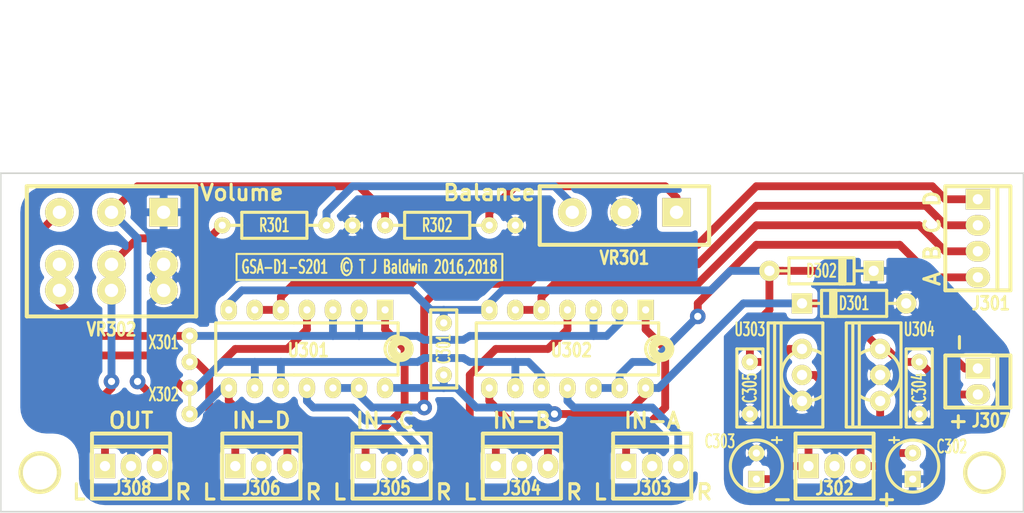
<source format=kicad_pcb>
(kicad_pcb (version 4) (host pcbnew 4.0.7)

  (general
    (links 70)
    (no_connects 0)
    (area 93.904999 64.88 193.750001 115.79225)
    (thickness 1.6)
    (drawings 32)
    (tracks 234)
    (zones 0)
    (modules 29)
    (nets 25)
  )

  (page A4)
  (title_block
    (title Diamond-1)
    (date "January 2018")
    (rev 2.0.1)
    (company "Gemstone Amplication")
    (comment 1 "© Tim Baldwin 2016,2018")
    (comment 2 GSA-D1-C201)
    (comment 3 "Pre-Amp Controls and Input Switching")
    (comment 4 "Stereo Amplifier")
  )

  (layers
    (0 F.Cu signal)
    (31 B.Cu signal)
    (32 B.Adhes user)
    (33 F.Adhes user)
    (34 B.Paste user)
    (35 F.Paste user)
    (36 B.SilkS user)
    (37 F.SilkS user)
    (38 B.Mask user)
    (39 F.Mask user)
    (40 Dwgs.User user)
    (41 Cmts.User user)
    (42 Eco1.User user)
    (43 Eco2.User user)
    (44 Edge.Cuts user)
    (45 Margin user)
    (46 B.CrtYd user)
    (47 F.CrtYd user)
    (48 B.Fab user)
    (49 F.Fab user)
  )

  (setup
    (last_trace_width 0.762)
    (user_trace_width 0.254)
    (user_trace_width 0.508)
    (user_trace_width 0.635)
    (user_trace_width 0.762)
    (user_trace_width 1.27)
    (user_trace_width 1.524)
    (user_trace_width 2.032)
    (user_trace_width 2.54)
    (trace_clearance 0.254)
    (zone_clearance 0.508)
    (zone_45_only no)
    (trace_min 0.2)
    (segment_width 0.2)
    (edge_width 0.15)
    (via_size 1.524)
    (via_drill 0.7)
    (via_min_size 0.4)
    (via_min_drill 0.3)
    (uvia_size 0.3)
    (uvia_drill 0.1)
    (uvias_allowed no)
    (uvia_min_size 0.2)
    (uvia_min_drill 0.1)
    (pcb_text_width 0.3)
    (pcb_text_size 1.5 1.5)
    (mod_edge_width 0.15)
    (mod_text_size 1 1)
    (mod_text_width 0.15)
    (pad_size 1.5875 1.5875)
    (pad_drill 0.7)
    (pad_to_mask_clearance 0.2)
    (aux_axis_origin 93.98 81.28)
    (grid_origin 93.98 81.28)
    (visible_elements 7FFFFF7F)
    (pcbplotparams
      (layerselection 0x010f0_80000001)
      (usegerberextensions true)
      (excludeedgelayer true)
      (linewidth 0.100000)
      (plotframeref false)
      (viasonmask false)
      (mode 1)
      (useauxorigin true)
      (hpglpennumber 1)
      (hpglpenspeed 20)
      (hpglpendiameter 15)
      (hpglpenoverlay 2)
      (psnegative false)
      (psa4output false)
      (plotreference true)
      (plotvalue true)
      (plotinvisibletext false)
      (padsonsilk false)
      (subtractmaskfromsilk true)
      (outputformat 1)
      (mirror false)
      (drillshape 0)
      (scaleselection 1)
      (outputdirectory gerber))
  )

  (net 0 "")
  (net 1 /V+)
  (net 2 /V-)
  (net 3 /Vin+)
  (net 4 /GND-P)
  (net 5 /Vin-)
  (net 6 /D)
  (net 7 /C)
  (net 8 /B)
  (net 9 /A)
  (net 10 /A-L)
  (net 11 /GND-S)
  (net 12 /A-R)
  (net 13 /B-L)
  (net 14 /B-R)
  (net 15 /C-L)
  (net 16 /C-R)
  (net 17 /D-L)
  (net 18 /D-R)
  (net 19 /L-Out)
  (net 20 /R-Out)
  (net 21 /R)
  (net 22 /L)
  (net 23 "Net-(R301-Pad2)")
  (net 24 "Net-(R302-Pad1)")

  (net_class Default "This is the default net class."
    (clearance 0.254)
    (trace_width 0.762)
    (via_dia 1.524)
    (via_drill 0.7)
    (uvia_dia 0.3)
    (uvia_drill 0.1)
    (add_net /A)
    (add_net /A-L)
    (add_net /A-R)
    (add_net /B)
    (add_net /B-L)
    (add_net /B-R)
    (add_net /C)
    (add_net /C-L)
    (add_net /C-R)
    (add_net /D)
    (add_net /D-L)
    (add_net /D-R)
    (add_net /GND-P)
    (add_net /GND-S)
    (add_net /L)
    (add_net /L-Out)
    (add_net /R)
    (add_net /R-Out)
    (add_net /V+)
    (add_net /V-)
    (add_net /Vin+)
    (add_net /Vin-)
    (add_net "Net-(R301-Pad2)")
    (add_net "Net-(R302-Pad1)")
  )

  (module gsa:CAP725 (layer F.Cu) (tedit 56705724) (tstamp 5A7DE816)
    (at 137.16 98.425 90)
    (path /5A85ECFA)
    (fp_text reference C301 (at 0 0 90) (layer F.SilkS)
      (effects (font (size 1.27 0.762) (thickness 0.1905)))
    )
    (fp_text value 100n (at 0 2.54 90) (layer F.SilkS) hide
      (effects (font (size 1.27 0.762) (thickness 0.1905)))
    )
    (fp_line (start 3.81 -1.27) (end 3.81 1.27) (layer F.SilkS) (width 0.3048))
    (fp_line (start 3.81 1.27) (end -3.81 1.27) (layer F.SilkS) (width 0.3048))
    (fp_line (start -3.81 1.27) (end -3.81 -1.27) (layer F.SilkS) (width 0.3048))
    (fp_line (start -3.81 -1.27) (end 3.81 -1.27) (layer F.SilkS) (width 0.3048))
    (pad 1 thru_hole circle (at -2.54 0 90) (size 1.5875 1.5875) (drill 0.7) (layers *.Cu *.Mask F.SilkS)
      (net 1 /V+))
    (pad 2 thru_hole circle (at 2.54 0 90) (size 1.5875 1.5875) (drill 0.7) (layers *.Cu *.Mask F.SilkS)
      (net 2 /V-))
    (model ${GSALIB}/gsa.3d/cap725.wrl
      (at (xyz 0 0 0))
      (scale (xyz 1 1 1))
      (rotate (xyz 0 0 0))
    )
  )

  (module gsa:ELEC5R (layer F.Cu) (tedit 5A900F24) (tstamp 5A7DE81F)
    (at 182.88 109.855 270)
    (path /5A85ED05)
    (fp_text reference C302 (at -1.905 -3.81 360) (layer F.SilkS)
      (effects (font (size 1.27 0.762) (thickness 0.1905)))
    )
    (fp_text value 22u (at 0 3.048 270) (layer F.SilkS) hide
      (effects (font (size 1.27 0.762) (thickness 0.1905)))
    )
    (fp_circle (center 0 0) (end -2.54 0) (layer F.SilkS) (width 0.3048))
    (fp_text user + (at -2.54 1.905 270) (layer F.SilkS)
      (effects (font (size 1.27 0.762) (thickness 0.1905)))
    )
    (pad 1 thru_hole circle (at -1.27 0 270) (size 1.5875 1.5875) (drill 0.7) (layers *.Cu *.Mask F.SilkS)
      (net 3 /Vin+))
    (pad 2 thru_hole rect (at 1.27 0 270) (size 1.5875 1.5875) (drill 0.7) (layers *.Cu *.Mask F.SilkS)
      (net 4 /GND-P))
    (model ${GSALIB}/gsa.3d/elec5r.wrl
      (at (xyz 0 0 0))
      (scale (xyz 1 1 1))
      (rotate (xyz 0 0 0))
    )
  )

  (module gsa:ELEC5R (layer F.Cu) (tedit 5A900F1E) (tstamp 5A7DE826)
    (at 167.64 109.855 270)
    (path /5A85ED06)
    (fp_text reference C303 (at -2.413 3.556 360) (layer F.SilkS)
      (effects (font (size 1.27 0.762) (thickness 0.1905)))
    )
    (fp_text value 22u (at 0 3.048 270) (layer F.SilkS) hide
      (effects (font (size 1.27 0.762) (thickness 0.1905)))
    )
    (fp_circle (center 0 0) (end -2.54 0) (layer F.SilkS) (width 0.3048))
    (fp_text user + (at -2.54 -1.905 270) (layer F.SilkS)
      (effects (font (size 1.27 0.762) (thickness 0.1905)))
    )
    (pad 1 thru_hole circle (at -1.27 0 270) (size 1.5875 1.5875) (drill 0.7) (layers *.Cu *.Mask F.SilkS)
      (net 4 /GND-P))
    (pad 2 thru_hole rect (at 1.27 0 270) (size 1.5875 1.5875) (drill 0.7) (layers *.Cu *.Mask F.SilkS)
      (net 5 /Vin-))
    (model ${GSALIB}/gsa.3d/elec5r.wrl
      (at (xyz 0 0 0))
      (scale (xyz 1 1 1))
      (rotate (xyz 0 0 0))
    )
  )

  (module gsa:CAP725 (layer F.Cu) (tedit 56705724) (tstamp 5A7DE82D)
    (at 183.515 102.235 270)
    (path /5A85ED07)
    (fp_text reference C304 (at 0 0 270) (layer F.SilkS)
      (effects (font (size 1.27 0.762) (thickness 0.1905)))
    )
    (fp_text value 100n (at 0 2.54 270) (layer F.SilkS) hide
      (effects (font (size 1.27 0.762) (thickness 0.1905)))
    )
    (fp_line (start 3.81 -1.27) (end 3.81 1.27) (layer F.SilkS) (width 0.3048))
    (fp_line (start 3.81 1.27) (end -3.81 1.27) (layer F.SilkS) (width 0.3048))
    (fp_line (start -3.81 1.27) (end -3.81 -1.27) (layer F.SilkS) (width 0.3048))
    (fp_line (start -3.81 -1.27) (end 3.81 -1.27) (layer F.SilkS) (width 0.3048))
    (pad 1 thru_hole circle (at -2.54 0 270) (size 1.5875 1.5875) (drill 0.7) (layers *.Cu *.Mask F.SilkS)
      (net 1 /V+))
    (pad 2 thru_hole circle (at 2.54 0 270) (size 1.5875 1.5875) (drill 0.7) (layers *.Cu *.Mask F.SilkS)
      (net 4 /GND-P))
    (model ${GSALIB}/gsa.3d/cap725.wrl
      (at (xyz 0 0 0))
      (scale (xyz 1 1 1))
      (rotate (xyz 0 0 0))
    )
  )

  (module gsa:CAP725 (layer F.Cu) (tedit 56705724) (tstamp 5A7DE836)
    (at 167.005 102.235 90)
    (path /5A85ED08)
    (fp_text reference C305 (at 0 0 90) (layer F.SilkS)
      (effects (font (size 1.27 0.762) (thickness 0.1905)))
    )
    (fp_text value 100n (at 0 2.54 90) (layer F.SilkS) hide
      (effects (font (size 1.27 0.762) (thickness 0.1905)))
    )
    (fp_line (start 3.81 -1.27) (end 3.81 1.27) (layer F.SilkS) (width 0.3048))
    (fp_line (start 3.81 1.27) (end -3.81 1.27) (layer F.SilkS) (width 0.3048))
    (fp_line (start -3.81 1.27) (end -3.81 -1.27) (layer F.SilkS) (width 0.3048))
    (fp_line (start -3.81 -1.27) (end 3.81 -1.27) (layer F.SilkS) (width 0.3048))
    (pad 1 thru_hole circle (at -2.54 0 90) (size 1.5875 1.5875) (drill 0.7) (layers *.Cu *.Mask F.SilkS)
      (net 4 /GND-P))
    (pad 2 thru_hole circle (at 2.54 0 90) (size 1.5875 1.5875) (drill 0.7) (layers *.Cu *.Mask F.SilkS)
      (net 2 /V-))
    (model ${GSALIB}/gsa.3d/cap725.wrl
      (at (xyz 0 0 0))
      (scale (xyz 1 1 1))
      (rotate (xyz 0 0 0))
    )
  )

  (module gsa:DIODE10 (layer F.Cu) (tedit 56FEA948) (tstamp 5A7DE90E)
    (at 177.165 93.98)
    (path /5A85ED09)
    (fp_text reference D301 (at 0 0) (layer F.SilkS)
      (effects (font (size 1.27 0.762) (thickness 0.1905)))
    )
    (fp_text value 1N4001 (at 0 2.54) (layer F.SilkS) hide
      (effects (font (size 1.27 0.762) (thickness 0.1905)))
    )
    (fp_line (start -2.032 -1.27) (end -2.032 1.27) (layer F.SilkS) (width 0.3048))
    (fp_line (start -1.778 -1.27) (end -1.778 1.27) (layer F.SilkS) (width 0.3048))
    (fp_line (start -1.778 1.27) (end -2.286 1.27) (layer F.SilkS) (width 0.3048))
    (fp_line (start -2.286 1.27) (end -2.286 -1.27) (layer F.SilkS) (width 0.3048))
    (fp_line (start -2.286 -1.27) (end -1.778 -1.27) (layer F.SilkS) (width 0.3048))
    (fp_line (start 3.175 0) (end 5.08 0) (layer F.SilkS) (width 0.3048))
    (fp_line (start -3.175 0) (end -5.08 0) (layer F.SilkS) (width 0.3048))
    (fp_line (start 3.175 -1.27) (end 3.175 1.27) (layer F.SilkS) (width 0.3048))
    (fp_line (start 3.175 1.27) (end -3.175 1.27) (layer F.SilkS) (width 0.3048))
    (fp_line (start -3.175 1.27) (end -3.175 -1.27) (layer F.SilkS) (width 0.3048))
    (fp_line (start -3.175 -1.27) (end 3.175 -1.27) (layer F.SilkS) (width 0.3048))
    (pad A thru_hole circle (at 5.08 0) (size 1.984375 1.984375) (drill 1) (layers *.Cu *.Mask F.SilkS)
      (net 4 /GND-P))
    (pad K thru_hole rect (at -5.08 0) (size 1.984375 1.984375) (drill 1) (layers *.Cu *.Mask F.SilkS)
      (net 1 /V+))
    (model ${GSALIB}/gsa.3d/diode10.wrl
      (at (xyz 0 0 0))
      (scale (xyz 1 1 1))
      (rotate (xyz 0 0 0))
    )
  )

  (module gsa:DIODE10 (layer F.Cu) (tedit 56FEA948) (tstamp 5A7DE91E)
    (at 173.99 90.805 180)
    (path /5A85ED0A)
    (fp_text reference D302 (at 0 0 180) (layer F.SilkS)
      (effects (font (size 1.27 0.762) (thickness 0.1905)))
    )
    (fp_text value 1N4001 (at 0 2.54 180) (layer F.SilkS) hide
      (effects (font (size 1.27 0.762) (thickness 0.1905)))
    )
    (fp_line (start -2.032 -1.27) (end -2.032 1.27) (layer F.SilkS) (width 0.3048))
    (fp_line (start -1.778 -1.27) (end -1.778 1.27) (layer F.SilkS) (width 0.3048))
    (fp_line (start -1.778 1.27) (end -2.286 1.27) (layer F.SilkS) (width 0.3048))
    (fp_line (start -2.286 1.27) (end -2.286 -1.27) (layer F.SilkS) (width 0.3048))
    (fp_line (start -2.286 -1.27) (end -1.778 -1.27) (layer F.SilkS) (width 0.3048))
    (fp_line (start 3.175 0) (end 5.08 0) (layer F.SilkS) (width 0.3048))
    (fp_line (start -3.175 0) (end -5.08 0) (layer F.SilkS) (width 0.3048))
    (fp_line (start 3.175 -1.27) (end 3.175 1.27) (layer F.SilkS) (width 0.3048))
    (fp_line (start 3.175 1.27) (end -3.175 1.27) (layer F.SilkS) (width 0.3048))
    (fp_line (start -3.175 1.27) (end -3.175 -1.27) (layer F.SilkS) (width 0.3048))
    (fp_line (start -3.175 -1.27) (end 3.175 -1.27) (layer F.SilkS) (width 0.3048))
    (pad A thru_hole circle (at 5.08 0 180) (size 1.984375 1.984375) (drill 1) (layers *.Cu *.Mask F.SilkS)
      (net 2 /V-))
    (pad K thru_hole rect (at -5.08 0 180) (size 1.984375 1.984375) (drill 1) (layers *.Cu *.Mask F.SilkS)
      (net 4 /GND-P))
    (model ${GSALIB}/gsa.3d/diode10.wrl
      (at (xyz 0 0 0))
      (scale (xyz 1 1 1))
      (rotate (xyz 0 0 0))
    )
  )

  (module gsa:HOLE33 (layer F.Cu) (tedit 566F1957) (tstamp 5A7DE938)
    (at 97.79 110.49)
    (path /5A85ED00)
    (fp_text reference H301 (at 0 3.81) (layer F.SilkS) hide
      (effects (font (size 1.27 0.762) (thickness 0.1905)))
    )
    (fp_text value HOLE (at 0 -3.81) (layer F.SilkS) hide
      (effects (font (size 1.27 0.762) (thickness 0.1905)))
    )
    (fp_circle (center 0 0) (end -1.778 -0.762) (layer F.SilkS) (width 0.3048))
    (pad H thru_hole circle (at 0 0) (size 3.556 3.556) (drill 3.3) (layers *.Cu *.Mask F.SilkS))
  )

  (module gsa:HOLE33 (layer F.Cu) (tedit 566F1957) (tstamp 5A7DE93D)
    (at 189.865 110.49)
    (path /5A85ED01)
    (fp_text reference H302 (at 0 3.81) (layer F.SilkS) hide
      (effects (font (size 1.27 0.762) (thickness 0.1905)))
    )
    (fp_text value HOLE (at 0 -3.81) (layer F.SilkS) hide
      (effects (font (size 1.27 0.762) (thickness 0.1905)))
    )
    (fp_circle (center 0 0) (end -1.778 -0.762) (layer F.SilkS) (width 0.3048))
    (pad H thru_hole circle (at 0 0) (size 3.556 3.556) (drill 3.3) (layers *.Cu *.Mask F.SilkS))
  )

  (module gsa:DIL14 (layer F.Cu) (tedit 5A7EEB92) (tstamp 5A7DEBB3)
    (at 123.825 98.425 180)
    (path /5A85ECF9)
    (fp_text reference U301 (at -0.127 -0.127 180) (layer F.SilkS)
      (effects (font (size 1.27 1.016) (thickness 0.254)))
    )
    (fp_text value 4066 (at 0.635 1.27 180) (layer F.SilkS) hide
      (effects (font (size 1.27 0.762) (thickness 0.1905)))
    )
    (fp_line (start 1.27 2.54) (end 8.89 2.54) (layer F.SilkS) (width 0.3))
    (fp_line (start 1.27 -2.54) (end 8.89 -2.54) (layer F.SilkS) (width 0.3))
    (fp_line (start 8.89 -2.54) (end 8.89 2.54) (layer F.SilkS) (width 0.3048))
    (fp_circle (center -9.144 0) (end -9.144 0.381) (layer F.SilkS) (width 0.889))
    (fp_arc (start -8.89 0) (end -7.62 0) (angle 90) (layer F.SilkS) (width 0.3048))
    (fp_arc (start -8.89 0) (end -8.89 -1.27) (angle 90) (layer F.SilkS) (width 0.3048))
    (fp_line (start -8.89 -2.54) (end -8.89 -1.27) (layer F.SilkS) (width 0.3048))
    (fp_line (start -8.89 -2.54) (end 1.27 -2.54) (layer F.SilkS) (width 0.3048))
    (fp_line (start 1.27 2.54) (end -8.89 2.54) (layer F.SilkS) (width 0.3048))
    (fp_line (start -8.89 2.54) (end -8.89 1.27) (layer F.SilkS) (width 0.3048))
    (pad 7 thru_hole oval (at 7.62 3.81 180) (size 1.5875 1.984375) (drill 0.7) (layers *.Cu *.Mask F.SilkS)
      (net 2 /V-))
    (pad 8 thru_hole oval (at 7.62 -3.81 180) (size 1.5875 1.984375) (drill 0.7) (layers *.Cu *.Mask F.SilkS)
      (net 18 /D-R))
    (pad 9 thru_hole oval (at 5.08 -3.81 180) (size 1.5875 1.984375) (drill 0.7) (layers *.Cu *.Mask F.SilkS)
      (net 21 /R))
    (pad 10 thru_hole oval (at 2.54 -3.81 180) (size 1.5875 1.984375) (drill 0.7) (layers *.Cu *.Mask F.SilkS)
      (net 21 /R))
    (pad 5 thru_hole oval (at 2.54 3.81 180) (size 1.5875 1.984375) (drill 0.7) (layers *.Cu *.Mask F.SilkS)
      (net 6 /D))
    (pad 6 thru_hole oval (at 5.08 3.81 180) (size 1.5875 1.984375) (drill 0.7) (layers *.Cu *.Mask F.SilkS)
      (net 6 /D))
    (pad 4 thru_hole oval (at 0 3.81 180) (size 1.5875 1.984375) (drill 0.7) (layers *.Cu *.Mask F.SilkS)
      (net 17 /D-L))
    (pad 3 thru_hole oval (at -2.54 3.81 180) (size 1.5875 1.984375) (drill 0.7) (layers *.Cu *.Mask F.SilkS)
      (net 22 /L))
    (pad 2 thru_hole oval (at -5.08 3.81 180) (size 1.5875 1.984375) (drill 0.7) (layers *.Cu *.Mask F.SilkS)
      (net 22 /L))
    (pad 1 thru_hole rect (at -7.62 3.81 180) (size 1.5875 1.984375) (drill 0.7) (layers *.Cu *.Mask F.SilkS)
      (net 15 /C-L))
    (pad 14 thru_hole oval (at -7.62 -3.81 180) (size 1.5875 1.984375) (drill 0.7) (layers *.Cu *.Mask F.SilkS)
      (net 1 /V+))
    (pad 13 thru_hole oval (at -5.08 -3.81 180) (size 1.5875 1.984375) (drill 0.7) (layers *.Cu *.Mask F.SilkS)
      (net 7 /C))
    (pad 12 thru_hole oval (at -2.54 -3.81 180) (size 1.5875 1.984375) (drill 0.7) (layers *.Cu *.Mask F.SilkS)
      (net 7 /C))
    (pad 11 thru_hole oval (at 0 -3.81 180) (size 1.5875 1.984375) (drill 0.7) (layers *.Cu *.Mask F.SilkS)
      (net 16 /C-R))
    (model ${GSALIB}/gsa.3d/dil14.wrl
      (at (xyz 0 0 0))
      (scale (xyz 1 1 1))
      (rotate (xyz 0 0 0))
    )
  )

  (module gsa:DIL14 (layer F.Cu) (tedit 5A7EEB99) (tstamp 5A7DEBCE)
    (at 149.225 98.425 180)
    (path /5A85ECFB)
    (fp_text reference U302 (at -0.381 -0.127 180) (layer F.SilkS)
      (effects (font (size 1.27 1.016) (thickness 0.254)))
    )
    (fp_text value 4066 (at 0.635 1.27 180) (layer F.SilkS) hide
      (effects (font (size 1.27 0.762) (thickness 0.1905)))
    )
    (fp_line (start 1.27 2.54) (end 8.89 2.54) (layer F.SilkS) (width 0.3))
    (fp_line (start 1.27 -2.54) (end 8.89 -2.54) (layer F.SilkS) (width 0.3))
    (fp_line (start 8.89 -2.54) (end 8.89 2.54) (layer F.SilkS) (width 0.3048))
    (fp_circle (center -9.144 0) (end -9.144 0.381) (layer F.SilkS) (width 0.889))
    (fp_arc (start -8.89 0) (end -7.62 0) (angle 90) (layer F.SilkS) (width 0.3048))
    (fp_arc (start -8.89 0) (end -8.89 -1.27) (angle 90) (layer F.SilkS) (width 0.3048))
    (fp_line (start -8.89 -2.54) (end -8.89 -1.27) (layer F.SilkS) (width 0.3048))
    (fp_line (start -8.89 -2.54) (end 1.27 -2.54) (layer F.SilkS) (width 0.3048))
    (fp_line (start 1.27 2.54) (end -8.89 2.54) (layer F.SilkS) (width 0.3048))
    (fp_line (start -8.89 2.54) (end -8.89 1.27) (layer F.SilkS) (width 0.3048))
    (pad 7 thru_hole oval (at 7.62 3.81 180) (size 1.5875 1.984375) (drill 0.7) (layers *.Cu *.Mask F.SilkS)
      (net 2 /V-))
    (pad 8 thru_hole oval (at 7.62 -3.81 180) (size 1.5875 1.984375) (drill 0.7) (layers *.Cu *.Mask F.SilkS)
      (net 14 /B-R))
    (pad 9 thru_hole oval (at 5.08 -3.81 180) (size 1.5875 1.984375) (drill 0.7) (layers *.Cu *.Mask F.SilkS)
      (net 21 /R))
    (pad 10 thru_hole oval (at 2.54 -3.81 180) (size 1.5875 1.984375) (drill 0.7) (layers *.Cu *.Mask F.SilkS)
      (net 21 /R))
    (pad 5 thru_hole oval (at 2.54 3.81 180) (size 1.5875 1.984375) (drill 0.7) (layers *.Cu *.Mask F.SilkS)
      (net 8 /B))
    (pad 6 thru_hole oval (at 5.08 3.81 180) (size 1.5875 1.984375) (drill 0.7) (layers *.Cu *.Mask F.SilkS)
      (net 8 /B))
    (pad 4 thru_hole oval (at 0 3.81 180) (size 1.5875 1.984375) (drill 0.7) (layers *.Cu *.Mask F.SilkS)
      (net 13 /B-L))
    (pad 3 thru_hole oval (at -2.54 3.81 180) (size 1.5875 1.984375) (drill 0.7) (layers *.Cu *.Mask F.SilkS)
      (net 22 /L))
    (pad 2 thru_hole oval (at -5.08 3.81 180) (size 1.5875 1.984375) (drill 0.7) (layers *.Cu *.Mask F.SilkS)
      (net 22 /L))
    (pad 1 thru_hole rect (at -7.62 3.81 180) (size 1.5875 1.984375) (drill 0.7) (layers *.Cu *.Mask F.SilkS)
      (net 10 /A-L))
    (pad 14 thru_hole oval (at -7.62 -3.81 180) (size 1.5875 1.984375) (drill 0.7) (layers *.Cu *.Mask F.SilkS)
      (net 1 /V+))
    (pad 13 thru_hole oval (at -5.08 -3.81 180) (size 1.5875 1.984375) (drill 0.7) (layers *.Cu *.Mask F.SilkS)
      (net 9 /A))
    (pad 12 thru_hole oval (at -2.54 -3.81 180) (size 1.5875 1.984375) (drill 0.7) (layers *.Cu *.Mask F.SilkS)
      (net 9 /A))
    (pad 11 thru_hole oval (at 0 -3.81 180) (size 1.5875 1.984375) (drill 0.7) (layers *.Cu *.Mask F.SilkS)
      (net 12 /A-R))
    (model ${GSALIB}/gsa.3d/dil14.wrl
      (at (xyz 0 0 0))
      (scale (xyz 1 1 1))
      (rotate (xyz 0 0 0))
    )
  )

  (module gsa:LINK2 (layer F.Cu) (tedit 5A9949A2) (tstamp 5A7DEC45)
    (at 112.395 98.425 90)
    (path /5A85ED0C)
    (fp_text reference X301 (at 0.635 -2.54 180) (layer F.SilkS)
      (effects (font (size 1.27 0.762) (thickness 0.1905)))
    )
    (fp_text value LINK (at 0 2.54 90) (layer F.SilkS) hide
      (effects (font (size 1.27 0.762) (thickness 0.1905)))
    )
    (fp_line (start -1.27 0) (end 1.27 0) (layer F.SilkS) (width 0.3048))
    (pad 1 thru_hole circle (at -1.27 0 90) (size 1.5875 1.5875) (drill 0.7) (layers *.Cu *.Mask F.SilkS)
      (net 17 /D-L))
    (pad 2 thru_hole circle (at 1.27 0 90) (size 1.5875 1.5875) (drill 0.7) (layers *.Cu *.Mask F.SilkS)
      (net 22 /L))
    (model ${GSALIB}/gsa.3d/link2.wrl
      (at (xyz 0 0 0))
      (scale (xyz 1 1 1))
      (rotate (xyz 0 0 0))
    )
  )

  (module gsa:LINK2 (layer F.Cu) (tedit 5A99499E) (tstamp 5A7DEC4B)
    (at 112.395 103.505 90)
    (path /5A85ED0D)
    (fp_text reference X302 (at 0.635 -2.54 180) (layer F.SilkS)
      (effects (font (size 1.27 0.762) (thickness 0.1905)))
    )
    (fp_text value LINK (at 0 2.54 90) (layer F.SilkS) hide
      (effects (font (size 1.27 0.762) (thickness 0.1905)))
    )
    (fp_line (start -1.27 0) (end 1.27 0) (layer F.SilkS) (width 0.3048))
    (pad 1 thru_hole circle (at -1.27 0 90) (size 1.5875 1.5875) (drill 0.7) (layers *.Cu *.Mask F.SilkS)
      (net 18 /D-R))
    (pad 2 thru_hole circle (at 1.27 0 90) (size 1.5875 1.5875) (drill 0.7) (layers *.Cu *.Mask F.SilkS)
      (net 21 /R))
    (model ${GSALIB}/gsa.3d/link2.wrl
      (at (xyz 0 0 0))
      (scale (xyz 1 1 1))
      (rotate (xyz 0 0 0))
    )
  )

  (module gsa:RES10 (layer F.Cu) (tedit 566F1DB8) (tstamp 5A80C7EF)
    (at 120.65 86.36)
    (path /5A8B4D38)
    (fp_text reference R301 (at 0 0) (layer F.SilkS)
      (effects (font (size 1.27 0.762) (thickness 0.1905)))
    )
    (fp_text value 4.7k (at 0 2.54) (layer F.SilkS) hide
      (effects (font (size 1.27 0.762) (thickness 0.1905)))
    )
    (fp_line (start -3.175 0) (end -5.08 0) (layer F.SilkS) (width 0.3048))
    (fp_line (start 3.175 0) (end 5.08 0) (layer F.SilkS) (width 0.3048))
    (fp_line (start -3.175 -1.27) (end -3.175 1.27) (layer F.SilkS) (width 0.3048))
    (fp_line (start -3.175 1.27) (end 3.175 1.27) (layer F.SilkS) (width 0.3048))
    (fp_line (start 3.175 1.27) (end 3.175 -1.27) (layer F.SilkS) (width 0.3048))
    (fp_line (start 3.175 -1.27) (end -3.175 -1.27) (layer F.SilkS) (width 0.3048))
    (pad 1 thru_hole circle (at -5.08 0) (size 1.5875 1.5875) (drill 0.7) (layers *.Cu *.Mask F.SilkS)
      (net 19 /L-Out))
    (pad 2 thru_hole circle (at 5.08 0) (size 1.5875 1.5875) (drill 0.7) (layers *.Cu *.Mask F.SilkS)
      (net 23 "Net-(R301-Pad2)"))
    (model ${GSALIB}/gsa.3d/res10.wrl
      (at (xyz 0 0 0))
      (scale (xyz 1 1 1))
      (rotate (xyz 0 0 0))
    )
  )

  (module gsa:RES10 (layer F.Cu) (tedit 566F1DB8) (tstamp 5A80C7FB)
    (at 136.525 86.36 180)
    (path /5A8B4FE5)
    (fp_text reference R302 (at 0 0 180) (layer F.SilkS)
      (effects (font (size 1.27 0.762) (thickness 0.1905)))
    )
    (fp_text value 4.7k (at 0 2.54 180) (layer F.SilkS) hide
      (effects (font (size 1.27 0.762) (thickness 0.1905)))
    )
    (fp_line (start -3.175 0) (end -5.08 0) (layer F.SilkS) (width 0.3048))
    (fp_line (start 3.175 0) (end 5.08 0) (layer F.SilkS) (width 0.3048))
    (fp_line (start -3.175 -1.27) (end -3.175 1.27) (layer F.SilkS) (width 0.3048))
    (fp_line (start -3.175 1.27) (end 3.175 1.27) (layer F.SilkS) (width 0.3048))
    (fp_line (start 3.175 1.27) (end 3.175 -1.27) (layer F.SilkS) (width 0.3048))
    (fp_line (start 3.175 -1.27) (end -3.175 -1.27) (layer F.SilkS) (width 0.3048))
    (pad 1 thru_hole circle (at -5.08 0 180) (size 1.5875 1.5875) (drill 0.7) (layers *.Cu *.Mask F.SilkS)
      (net 24 "Net-(R302-Pad1)"))
    (pad 2 thru_hole circle (at 5.08 0 180) (size 1.5875 1.5875) (drill 0.7) (layers *.Cu *.Mask F.SilkS)
      (net 20 /R-Out))
    (model ${GSALIB}/gsa.3d/res10.wrl
      (at (xyz 0 0 0))
      (scale (xyz 1 1 1))
      (rotate (xyz 0 0 0))
    )
  )

  (module gsa:MOLEX4 (layer F.Cu) (tedit 5A900F40) (tstamp 5A7DE971)
    (at 189.23 87.63 270)
    (path /5A85ED0B)
    (fp_text reference J301 (at 6.35 -1.27 360) (layer F.SilkS)
      (effects (font (size 1.27 1.016) (thickness 0.254)))
    )
    (fp_text value CONN-4 (at 0 4.572 270) (layer F.SilkS) hide
      (effects (font (size 1.27 0.762) (thickness 0.1905)))
    )
    (fp_line (start 5.08 -1.905) (end -5.08 -1.905) (layer F.SilkS) (width 0.381))
    (fp_line (start -5.08 -3.175) (end 5.08 -3.175) (layer F.SilkS) (width 0.381))
    (fp_line (start 5.08 -3.175) (end 5.08 3.175) (layer F.SilkS) (width 0.381))
    (fp_line (start 5.08 3.175) (end -5.08 3.175) (layer F.SilkS) (width 0.381))
    (fp_line (start -5.08 3.175) (end -5.08 -1.27) (layer F.SilkS) (width 0.381))
    (fp_line (start -5.08 -1.27) (end -5.08 -3.175) (layer F.SilkS) (width 0.381))
    (pad 1 thru_hole rect (at -3.81 0 270) (size 1.984375 2.3749) (drill 1) (layers *.Cu *.Mask F.SilkS)
      (net 6 /D))
    (pad 2 thru_hole oval (at -1.27 0 270) (size 1.984375 2.3749) (drill 1) (layers *.Cu *.Mask F.SilkS)
      (net 7 /C))
    (pad 3 thru_hole oval (at 1.27 0 270) (size 1.984375 2.3749) (drill 1) (layers *.Cu *.Mask F.SilkS)
      (net 8 /B))
    (pad 4 thru_hole oval (at 3.81 0 270) (size 1.984375 2.3749) (drill 1) (layers *.Cu *.Mask F.SilkS)
      (net 9 /A))
    (model ${GSALIB}/gsa.3d/conn4.wrl
      (at (xyz 0 0 0))
      (scale (xyz 1 1 1))
      (rotate (xyz 0 0 90))
    )
  )

  (module gsa:MOLEX2 (layer F.Cu) (tedit 5A900F30) (tstamp 5A7DE9BA)
    (at 189.23 101.6 270)
    (path /5A85ECFF)
    (fp_text reference J307 (at 3.81 -1.27 360) (layer F.SilkS)
      (effects (font (size 1.27 1.016) (thickness 0.254)))
    )
    (fp_text value CONN-2 (at 0 4.572 270) (layer F.SilkS) hide
      (effects (font (size 1.27 0.762) (thickness 0.1905)))
    )
    (fp_line (start -2.54 -1.905) (end 2.54 -1.905) (layer F.SilkS) (width 0.381))
    (fp_line (start 2.54 -1.27) (end 2.54 3.175) (layer F.SilkS) (width 0.381))
    (fp_line (start 2.54 3.175) (end -2.54 3.175) (layer F.SilkS) (width 0.381))
    (fp_line (start -2.54 3.175) (end -2.54 -1.27) (layer F.SilkS) (width 0.381))
    (fp_line (start -2.54 -1.27) (end -2.54 -3.175) (layer F.SilkS) (width 0.381))
    (fp_line (start -2.54 -3.175) (end 2.54 -3.175) (layer F.SilkS) (width 0.381))
    (fp_line (start 2.54 -3.175) (end 2.54 -1.27) (layer F.SilkS) (width 0.381))
    (pad 1 thru_hole rect (at -1.27 0 270) (size 1.984375 2.3749) (drill 1) (layers *.Cu *.Mask F.SilkS)
      (net 2 /V-))
    (pad 2 thru_hole oval (at 1.27 0 270) (size 1.984375 2.3749) (drill 1) (layers *.Cu *.Mask F.SilkS)
      (net 1 /V+))
    (model ${GSALIB}/gsa.3d/conn2.wrl
      (at (xyz 0 0 0))
      (scale (xyz 1 1 1))
      (rotate (xyz 0 0 90))
    )
  )

  (module gsa:MOLEX3 (layer F.Cu) (tedit 5A872D10) (tstamp 5A7DE9C6)
    (at 106.68 109.855)
    (path /5A85ED0E)
    (fp_text reference J308 (at 0.127 2.159) (layer F.SilkS)
      (effects (font (size 1.27 1.016) (thickness 0.254)))
    )
    (fp_text value CONN-3 (at 0 4.572) (layer F.SilkS) hide
      (effects (font (size 1.27 0.762) (thickness 0.1905)))
    )
    (fp_line (start 3.81 -1.905) (end -3.81 -1.905) (layer F.SilkS) (width 0.381))
    (fp_line (start -3.81 3.175) (end 3.81 3.175) (layer F.SilkS) (width 0.381))
    (fp_line (start 3.81 3.175) (end 3.81 -3.175) (layer F.SilkS) (width 0.381))
    (fp_line (start 3.81 -3.175) (end -3.81 -3.175) (layer F.SilkS) (width 0.381))
    (fp_line (start -3.81 3.175) (end -3.81 -1.27) (layer F.SilkS) (width 0.381))
    (fp_line (start -3.81 -1.27) (end -3.81 -3.175) (layer F.SilkS) (width 0.381))
    (pad 1 thru_hole rect (at -2.54 0) (size 1.984375 2.3749) (drill 1) (layers *.Cu *.Mask F.SilkS)
      (net 19 /L-Out))
    (pad 2 thru_hole oval (at 0 0) (size 1.984375 2.3749) (drill 1) (layers *.Cu *.Mask F.SilkS)
      (net 11 /GND-S))
    (pad 3 thru_hole oval (at 2.54 0) (size 1.984375 2.3749) (drill 1) (layers *.Cu *.Mask F.SilkS)
      (net 20 /R-Out))
    (model ${GSALIB}/gsa.3d/conn3.wrl
      (at (xyz 0 0 0))
      (scale (xyz 1 1 1))
      (rotate (xyz 0 0 90))
    )
  )

  (module gsa:MOLEX3 (layer F.Cu) (tedit 5A872D13) (tstamp 5A7DE9AE)
    (at 119.38 109.855)
    (path /5A85ED0F)
    (fp_text reference J306 (at 0 2.159) (layer F.SilkS)
      (effects (font (size 1.27 1.016) (thickness 0.254)))
    )
    (fp_text value CONN-3 (at 0 4.572) (layer F.SilkS) hide
      (effects (font (size 1.27 0.762) (thickness 0.1905)))
    )
    (fp_line (start 3.81 -1.905) (end -3.81 -1.905) (layer F.SilkS) (width 0.381))
    (fp_line (start -3.81 3.175) (end 3.81 3.175) (layer F.SilkS) (width 0.381))
    (fp_line (start 3.81 3.175) (end 3.81 -3.175) (layer F.SilkS) (width 0.381))
    (fp_line (start 3.81 -3.175) (end -3.81 -3.175) (layer F.SilkS) (width 0.381))
    (fp_line (start -3.81 3.175) (end -3.81 -1.27) (layer F.SilkS) (width 0.381))
    (fp_line (start -3.81 -1.27) (end -3.81 -3.175) (layer F.SilkS) (width 0.381))
    (pad 1 thru_hole rect (at -2.54 0) (size 1.984375 2.3749) (drill 1) (layers *.Cu *.Mask F.SilkS)
      (net 17 /D-L))
    (pad 2 thru_hole oval (at 0 0) (size 1.984375 2.3749) (drill 1) (layers *.Cu *.Mask F.SilkS)
      (net 11 /GND-S))
    (pad 3 thru_hole oval (at 2.54 0) (size 1.984375 2.3749) (drill 1) (layers *.Cu *.Mask F.SilkS)
      (net 18 /D-R))
    (model ${GSALIB}/gsa.3d/conn3.wrl
      (at (xyz 0 0 0))
      (scale (xyz 1 1 1))
      (rotate (xyz 0 0 90))
    )
  )

  (module gsa:MOLEX3 (layer F.Cu) (tedit 5A872D19) (tstamp 5A7DE9A2)
    (at 132.08 109.855)
    (path /5A85ED10)
    (fp_text reference J305 (at 0 2.159) (layer F.SilkS)
      (effects (font (size 1.27 1.016) (thickness 0.254)))
    )
    (fp_text value CONN-3 (at 0 4.572) (layer F.SilkS) hide
      (effects (font (size 1.27 0.762) (thickness 0.1905)))
    )
    (fp_line (start 3.81 -1.905) (end -3.81 -1.905) (layer F.SilkS) (width 0.381))
    (fp_line (start -3.81 3.175) (end 3.81 3.175) (layer F.SilkS) (width 0.381))
    (fp_line (start 3.81 3.175) (end 3.81 -3.175) (layer F.SilkS) (width 0.381))
    (fp_line (start 3.81 -3.175) (end -3.81 -3.175) (layer F.SilkS) (width 0.381))
    (fp_line (start -3.81 3.175) (end -3.81 -1.27) (layer F.SilkS) (width 0.381))
    (fp_line (start -3.81 -1.27) (end -3.81 -3.175) (layer F.SilkS) (width 0.381))
    (pad 1 thru_hole rect (at -2.54 0) (size 1.984375 2.3749) (drill 1) (layers *.Cu *.Mask F.SilkS)
      (net 15 /C-L))
    (pad 2 thru_hole oval (at 0 0) (size 1.984375 2.3749) (drill 1) (layers *.Cu *.Mask F.SilkS)
      (net 11 /GND-S))
    (pad 3 thru_hole oval (at 2.54 0) (size 1.984375 2.3749) (drill 1) (layers *.Cu *.Mask F.SilkS)
      (net 16 /C-R))
    (model ${GSALIB}/gsa.3d/conn3.wrl
      (at (xyz 0 0 0))
      (scale (xyz 1 1 1))
      (rotate (xyz 0 0 90))
    )
  )

  (module gsa:MOLEX3 (layer F.Cu) (tedit 5A872D1B) (tstamp 5A7DE996)
    (at 144.78 109.855)
    (path /5A85ED11)
    (fp_text reference J304 (at 0 2.159) (layer F.SilkS)
      (effects (font (size 1.27 1.016) (thickness 0.254)))
    )
    (fp_text value CONN-3 (at 0 4.572) (layer F.SilkS) hide
      (effects (font (size 1.27 0.762) (thickness 0.1905)))
    )
    (fp_line (start 3.81 -1.905) (end -3.81 -1.905) (layer F.SilkS) (width 0.381))
    (fp_line (start -3.81 3.175) (end 3.81 3.175) (layer F.SilkS) (width 0.381))
    (fp_line (start 3.81 3.175) (end 3.81 -3.175) (layer F.SilkS) (width 0.381))
    (fp_line (start 3.81 -3.175) (end -3.81 -3.175) (layer F.SilkS) (width 0.381))
    (fp_line (start -3.81 3.175) (end -3.81 -1.27) (layer F.SilkS) (width 0.381))
    (fp_line (start -3.81 -1.27) (end -3.81 -3.175) (layer F.SilkS) (width 0.381))
    (pad 1 thru_hole rect (at -2.54 0) (size 1.984375 2.3749) (drill 1) (layers *.Cu *.Mask F.SilkS)
      (net 13 /B-L))
    (pad 2 thru_hole oval (at 0 0) (size 1.984375 2.3749) (drill 1) (layers *.Cu *.Mask F.SilkS)
      (net 11 /GND-S))
    (pad 3 thru_hole oval (at 2.54 0) (size 1.984375 2.3749) (drill 1) (layers *.Cu *.Mask F.SilkS)
      (net 14 /B-R))
    (model ${GSALIB}/gsa.3d/conn3.wrl
      (at (xyz 0 0 0))
      (scale (xyz 1 1 1))
      (rotate (xyz 0 0 90))
    )
  )

  (module gsa:MOLEX3 (layer F.Cu) (tedit 5A872D21) (tstamp 5A7DE98A)
    (at 157.48 109.855)
    (path /5A85ED12)
    (fp_text reference J303 (at 0 2.159) (layer F.SilkS)
      (effects (font (size 1.27 1.016) (thickness 0.254)))
    )
    (fp_text value CONN-3 (at 0 4.572) (layer F.SilkS) hide
      (effects (font (size 1.27 0.762) (thickness 0.1905)))
    )
    (fp_line (start 3.81 -1.905) (end -3.81 -1.905) (layer F.SilkS) (width 0.381))
    (fp_line (start -3.81 3.175) (end 3.81 3.175) (layer F.SilkS) (width 0.381))
    (fp_line (start 3.81 3.175) (end 3.81 -3.175) (layer F.SilkS) (width 0.381))
    (fp_line (start 3.81 -3.175) (end -3.81 -3.175) (layer F.SilkS) (width 0.381))
    (fp_line (start -3.81 3.175) (end -3.81 -1.27) (layer F.SilkS) (width 0.381))
    (fp_line (start -3.81 -1.27) (end -3.81 -3.175) (layer F.SilkS) (width 0.381))
    (pad 1 thru_hole rect (at -2.54 0) (size 1.984375 2.3749) (drill 1) (layers *.Cu *.Mask F.SilkS)
      (net 10 /A-L))
    (pad 2 thru_hole oval (at 0 0) (size 1.984375 2.3749) (drill 1) (layers *.Cu *.Mask F.SilkS)
      (net 11 /GND-S))
    (pad 3 thru_hole oval (at 2.54 0) (size 1.984375 2.3749) (drill 1) (layers *.Cu *.Mask F.SilkS)
      (net 12 /A-R))
    (model ${GSALIB}/gsa.3d/conn3.wrl
      (at (xyz 0 0 0))
      (scale (xyz 1 1 1))
      (rotate (xyz 0 0 90))
    )
  )

  (module gsa:MOLEX3 (layer F.Cu) (tedit 5A872D26) (tstamp 5A7DE97E)
    (at 175.26 109.855)
    (path /5A85ED02)
    (fp_text reference J302 (at 0 2.159) (layer F.SilkS)
      (effects (font (size 1.27 1.016) (thickness 0.254)))
    )
    (fp_text value CONN-3 (at 0 4.572) (layer F.SilkS) hide
      (effects (font (size 1.27 0.762) (thickness 0.1905)))
    )
    (fp_line (start 3.81 -1.905) (end -3.81 -1.905) (layer F.SilkS) (width 0.381))
    (fp_line (start -3.81 3.175) (end 3.81 3.175) (layer F.SilkS) (width 0.381))
    (fp_line (start 3.81 3.175) (end 3.81 -3.175) (layer F.SilkS) (width 0.381))
    (fp_line (start 3.81 -3.175) (end -3.81 -3.175) (layer F.SilkS) (width 0.381))
    (fp_line (start -3.81 3.175) (end -3.81 -1.27) (layer F.SilkS) (width 0.381))
    (fp_line (start -3.81 -1.27) (end -3.81 -3.175) (layer F.SilkS) (width 0.381))
    (pad 1 thru_hole rect (at -2.54 0) (size 1.984375 2.3749) (drill 1) (layers *.Cu *.Mask F.SilkS)
      (net 5 /Vin-))
    (pad 2 thru_hole oval (at 0 0) (size 1.984375 2.3749) (drill 1) (layers *.Cu *.Mask F.SilkS)
      (net 4 /GND-P))
    (pad 3 thru_hole oval (at 2.54 0) (size 1.984375 2.3749) (drill 1) (layers *.Cu *.Mask F.SilkS)
      (net 3 /Vin+))
    (model ${GSALIB}/gsa.3d/conn3.wrl
      (at (xyz 0 0 0))
      (scale (xyz 1 1 1))
      (rotate (xyz 0 0 90))
    )
  )

  (module gsa:PAD-S (layer F.Cu) (tedit 5A8B4D7C) (tstamp 5A8B516B)
    (at 128.27 86.36)
    (fp_text reference PAD-S (at 0 -1.905) (layer F.SilkS) hide
      (effects (font (size 1.27 0.762) (thickness 0.1905)))
    )
    (fp_text value VAL** (at 0 1.905) (layer F.SilkS) hide
      (effects (font (size 1.27 0.762) (thickness 0.1905)))
    )
    (pad 1 thru_hole circle (at 0 0) (size 1.5875 1.5875) (drill 0.7) (layers *.Cu *.Mask F.SilkS)
      (net 11 /GND-S))
  )

  (module gsa:PAD-S (layer F.Cu) (tedit 5A8B4D8A) (tstamp 5A8B5180)
    (at 144.145 86.36)
    (fp_text reference PAD-S (at 0 -1.905) (layer F.SilkS) hide
      (effects (font (size 1.27 0.762) (thickness 0.1905)))
    )
    (fp_text value VAL** (at 0 1.905) (layer F.SilkS) hide
      (effects (font (size 1.27 0.762) (thickness 0.1905)))
    )
    (pad 1 thru_hole circle (at 0 0) (size 1.5875 1.5875) (drill 0.7) (layers *.Cu *.Mask F.SilkS)
      (net 11 /GND-S))
  )

  (module gsa:POT-OMEG (layer F.Cu) (tedit 5A8F1108) (tstamp 5A7DEC1B)
    (at 154.775 85.09)
    (path /5A85ECFE)
    (fp_text reference VR301 (at 0 4.445) (layer F.SilkS)
      (effects (font (size 1.27 1.016) (thickness 0.254)))
    )
    (fp_text value 22k (at 0 -5.08) (layer F.SilkS) hide
      (effects (font (size 1.27 0.762) (thickness 0.1905)))
    )
    (fp_line (start 8.255 -2.54) (end 8.255 3.175) (layer F.SilkS) (width 0.4))
    (fp_line (start -8.255 -3.81) (end 8.255 -3.81) (layer F.CrtYd) (width 0.4))
    (fp_line (start 8.255 -6.35) (end 8.255 -2.54) (layer F.CrtYd) (width 0.4))
    (fp_line (start -8.255 -6.35) (end -8.255 -2.54) (layer F.CrtYd) (width 0.4))
    (fp_line (start -8.255 -6.35) (end 8.255 -6.35) (layer F.CrtYd) (width 0.4))
    (fp_line (start -8.255 -2.54) (end -8.255 3.175) (layer F.SilkS) (width 0.4))
    (fp_line (start -3.175 -12.7) (end -3.175 -15.24) (layer F.CrtYd) (width 0.4))
    (fp_line (start -3.175 -15.24) (end 3.175 -15.24) (layer F.CrtYd) (width 0.4))
    (fp_line (start 3.175 -15.24) (end 3.175 -12.7) (layer F.CrtYd) (width 0.4))
    (fp_line (start -5.08 -6.35) (end -5.08 -12.7) (layer F.CrtYd) (width 0.4))
    (fp_line (start -5.08 -12.7) (end 5.08 -12.7) (layer F.CrtYd) (width 0.4))
    (fp_line (start 5.08 -12.7) (end 5.08 -6.35) (layer F.CrtYd) (width 0.4))
    (fp_line (start -8.255 3.175) (end 8.255 3.175) (layer F.SilkS) (width 0.381))
    (fp_line (start 8.255 -2.54) (end -8.255 -2.54) (layer F.SilkS) (width 0.381))
    (pad 2 thru_hole circle (at 0 0) (size 2.778125 2.778125) (drill 1.3) (layers *.Cu *.Mask F.SilkS)
      (net 11 /GND-S))
    (pad 1 thru_hole rect (at 5.08 0) (size 2.778125 2.778125) (drill 1.3) (layers *.Cu *.Mask F.SilkS)
      (net 24 "Net-(R302-Pad1)"))
    (pad 3 thru_hole circle (at -5.08 0) (size 2.778125 2.778125) (drill 1.3) (layers *.Cu *.Mask F.SilkS)
      (net 23 "Net-(R301-Pad2)"))
    (model ${GSALIB}/gsa.3d/pot-omeg.wrl
      (at (xyz 0 0 0))
      (scale (xyz 1 1 1))
      (rotate (xyz 0 0 0))
    )
  )

  (module gsa:POT-DUAL (layer F.Cu) (tedit 5A8F12C6) (tstamp 5A7DEC2E)
    (at 104.775 85.09)
    (path /5A85ECFC)
    (fp_text reference VR302 (at 0 11.43) (layer F.SilkS)
      (effects (font (size 1.27 1.016) (thickness 0.254)))
    )
    (fp_text value 100k (at 0 2.54) (layer F.SilkS) hide
      (effects (font (size 1.27 0.762) (thickness 0.1905)))
    )
    (fp_line (start -8.255 -3.81) (end 8.255 -3.81) (layer F.CrtYd) (width 0.4))
    (fp_line (start 8.255 -2.54) (end 8.255 10.16) (layer F.SilkS) (width 0.4))
    (fp_line (start -8.255 -2.54) (end -8.255 10.16) (layer F.SilkS) (width 0.4))
    (fp_line (start 8.255 -6.35) (end 8.255 -2.54) (layer F.CrtYd) (width 0.4))
    (fp_line (start -8.255 -6.35) (end -8.255 -2.54) (layer F.CrtYd) (width 0.4))
    (fp_line (start -8.255 -6.35) (end 8.255 -6.35) (layer F.CrtYd) (width 0.4))
    (fp_line (start -8.255 -2.54) (end 8.255 -2.54) (layer F.SilkS) (width 0.4))
    (fp_line (start -3.175 -12.7) (end -3.175 -15.24) (layer F.CrtYd) (width 0.4))
    (fp_line (start -3.175 -15.24) (end 3.175 -15.24) (layer F.CrtYd) (width 0.4))
    (fp_line (start 3.175 -15.24) (end 3.175 -12.7) (layer F.CrtYd) (width 0.4))
    (fp_line (start -5.08 -6.35) (end -5.08 -12.7) (layer F.CrtYd) (width 0.4))
    (fp_line (start -5.08 -12.7) (end 5.08 -12.7) (layer F.CrtYd) (width 0.4))
    (fp_line (start 5.08 -12.7) (end 5.08 -6.35) (layer F.CrtYd) (width 0.4))
    (fp_line (start -8.255 10.16) (end 8.255 10.16) (layer F.SilkS) (width 0.381))
    (pad 4 thru_hole circle (at 5.08 5.08) (size 2.778125 2.778125) (drill 1.3) (layers *.Cu *.Mask F.SilkS)
      (net 11 /GND-S))
    (pad 5 thru_hole circle (at 0 5.08) (size 2.778125 2.778125) (drill 1.3) (layers *.Cu *.Mask F.SilkS)
      (net 19 /L-Out))
    (pad 6 thru_hole circle (at -5.08 7.62) (size 2.778125 2.778125) (drill 1.3) (layers *.Cu *.Mask F.SilkS)
      (net 22 /L))
    (pad 6 thru_hole circle (at -5.08 5.08) (size 2.778125 2.778125) (drill 1.3) (layers *.Cu *.Mask F.SilkS)
      (net 22 /L))
    (pad 4 thru_hole circle (at 5.08 7.62) (size 2.778125 2.778125) (drill 1.3) (layers *.Cu *.Mask F.SilkS)
      (net 11 /GND-S))
    (pad 5 thru_hole circle (at 0 7.62) (size 2.778125 2.778125) (drill 1.3) (layers *.Cu *.Mask F.SilkS)
      (net 19 /L-Out))
    (pad 2 thru_hole circle (at 0 0) (size 2.778125 2.778125) (drill 1.3) (layers *.Cu *.Mask F.SilkS)
      (net 20 /R-Out))
    (pad 1 thru_hole rect (at 5.08 0) (size 2.778125 2.778125) (drill 1.3) (layers *.Cu *.Mask F.SilkS)
      (net 11 /GND-S))
    (pad 3 thru_hole circle (at -5.08 0) (size 2.778125 2.778125) (drill 1.3) (layers *.Cu *.Mask F.SilkS)
      (net 21 /R))
    (model ${GSALIB}/gsa.3d/pot-omeg-d.wrl
      (at (xyz 0 0 0))
      (scale (xyz 1 1 1))
      (rotate (xyz 0 0 0))
    )
  )

  (module gsa:REG79 (layer F.Cu) (tedit 5A95AAD9) (tstamp 5A7E05E6)
    (at 172.085 100.965 90)
    (path /5A85ED04)
    (fp_text reference U303 (at 4.445 -5.08 180) (layer F.SilkS)
      (effects (font (size 1.27 0.762) (thickness 0.1905)))
    )
    (fp_text value 7905 (at 0.254 3.302 90) (layer F.SilkS) hide
      (effects (font (size 1.27 0.762) (thickness 0.1905)))
    )
    (fp_line (start -5.08 -2.667) (end 5.08 -2.667) (layer F.SilkS) (width 0.3048))
    (fp_arc (start 0 0.508) (end -1.778 -1.27) (angle -80) (layer F.SilkS) (width 0.3048))
    (fp_arc (start 0 0.508) (end 1.778 -1.27) (angle 80) (layer F.SilkS) (width 0.3048))
    (fp_arc (start 0 0.508) (end -1.778 -1.27) (angle 90) (layer F.SilkS) (width 0.3048))
    (fp_line (start -5.08 -3.302) (end 5.08 -3.302) (layer F.SilkS) (width 0.3048))
    (fp_line (start -5.08 2.032) (end 5.08 2.032) (layer F.SilkS) (width 0.3048))
    (fp_line (start 5.08 -3.302) (end 5.08 2.032) (layer F.SilkS) (width 0.3048))
    (fp_line (start -5.08 -3.302) (end -5.08 2.032) (layer F.SilkS) (width 0.3048))
    (fp_line (start -5.08 -2.032) (end 5.08 -2.032) (layer F.SilkS) (width 0.3048))
    (pad 2 thru_hole circle (at 0 0 90) (size 1.984375 1.984375) (drill 1) (layers *.Cu *.Mask F.SilkS)
      (net 5 /Vin-))
    (pad 3 thru_hole circle (at 2.54 0 90) (size 1.984375 1.984375) (drill 1) (layers *.Cu *.Mask F.SilkS)
      (net 2 /V-))
    (pad 1 thru_hole circle (at -2.54 0 90) (size 1.984375 1.984375) (drill 1) (layers *.Cu *.Mask F.SilkS)
      (net 4 /GND-P))
    (model ${GSALIB}/gsa.3d/to220.wrl
      (at (xyz 0 0 0))
      (scale (xyz 1 1 1))
      (rotate (xyz 0 0 0))
    )
  )

  (module gsa:REG78 (layer F.Cu) (tedit 5A95AAE7) (tstamp 5A7E05F4)
    (at 179.705 100.965 90)
    (path /5A85ED03)
    (fp_text reference U304 (at 4.445 3.81 180) (layer F.SilkS)
      (effects (font (size 1.27 0.762) (thickness 0.1905)))
    )
    (fp_text value 7805 (at 0.254 3.302 90) (layer F.SilkS) hide
      (effects (font (size 1.27 0.762) (thickness 0.1905)))
    )
    (fp_line (start -5.08 -2.667) (end 4.953 -2.667) (layer F.SilkS) (width 0.3048))
    (fp_arc (start 0 -0.508) (end -1.778 1.27) (angle 80) (layer F.SilkS) (width 0.3048))
    (fp_arc (start 0 -0.508) (end 1.778 1.27) (angle -80) (layer F.SilkS) (width 0.3048))
    (fp_arc (start 0 -0.508) (end 1.778 1.27) (angle 90) (layer F.SilkS) (width 0.3048))
    (fp_line (start -5.08 -3.302) (end 5.08 -3.302) (layer F.SilkS) (width 0.3048))
    (fp_line (start -5.08 2.032) (end 5.08 2.032) (layer F.SilkS) (width 0.3048))
    (fp_line (start 5.08 -3.302) (end 5.08 2.032) (layer F.SilkS) (width 0.3048))
    (fp_line (start -5.08 -3.302) (end -5.08 2.032) (layer F.SilkS) (width 0.3048))
    (fp_line (start -5.08 -2.032) (end 5.08 -2.032) (layer F.SilkS) (width 0.3048))
    (pad 2 thru_hole circle (at 0 0 90) (size 1.984375 1.984375) (drill 1) (layers *.Cu *.Mask F.SilkS)
      (net 4 /GND-P))
    (pad 3 thru_hole circle (at 2.54 0 90) (size 1.984375 1.984375) (drill 1) (layers *.Cu *.Mask F.SilkS)
      (net 1 /V+))
    (pad 1 thru_hole circle (at -2.54 0 90) (size 1.984375 1.984375) (drill 1) (layers *.Cu *.Mask F.SilkS)
      (net 3 /Vin+))
    (model ${GSALIB}/gsa.3d/to220.wrl
      (at (xyz 0 0 0))
      (scale (xyz 1 1 1))
      (rotate (xyz 0 0 0))
    )
  )

  (gr_line (start 93.98 114.3) (end 93.98 81.28) (angle 90) (layer Edge.Cuts) (width 0.15))
  (gr_line (start 193.675 114.3) (end 93.98 114.3) (angle 90) (layer Edge.Cuts) (width 0.15))
  (gr_line (start 193.675 81.28) (end 193.675 114.3) (angle 90) (layer Edge.Cuts) (width 0.15))
  (gr_line (start 93.98 81.28) (end 193.675 81.28) (angle 90) (layer Edge.Cuts) (width 0.15))
  (gr_text "GSA-D1-S201  © T J Baldwin 2016,2018" (at 129.921 90.424) (layer F.SilkS) (tstamp 5A833175)
    (effects (font (size 1.27 0.762) (thickness 0.1905)))
  )
  (gr_line (start 142.875 89.154) (end 142.875 91.694) (angle 90) (layer F.SilkS) (width 0.2) (tstamp 5A833174))
  (gr_line (start 116.967 91.694) (end 116.967 89.154) (angle 90) (layer F.SilkS) (width 0.2) (tstamp 5A833173))
  (gr_line (start 116.967 89.154) (end 142.875 89.154) (angle 90) (layer F.SilkS) (width 0.2) (tstamp 5A833172))
  (gr_line (start 116.967 91.694) (end 142.875 91.694) (angle 90) (layer F.SilkS) (width 0.2) (tstamp 5A833171))
  (gr_text OUT (at 106.68 105.41) (layer F.SilkS)
    (effects (font (size 1.5 1.5) (thickness 0.3)))
  )
  (dimension 50 (width 0.3) (layer Dwgs.User)
    (gr_text "50.0 mm" (at 129.68 66.23) (layer Dwgs.User)
      (effects (font (size 1.5 1.5) (thickness 0.3)))
    )
    (feature1 (pts (xy 154.68 69.08) (xy 154.68 64.88)))
    (feature2 (pts (xy 104.68 69.08) (xy 104.68 64.88)))
    (crossbar (pts (xy 104.68 67.58) (xy 154.68 67.58)))
    (arrow1a (pts (xy 154.68 67.58) (xy 153.553496 68.166421)))
    (arrow1b (pts (xy 154.68 67.58) (xy 153.553496 66.993579)))
    (arrow2a (pts (xy 104.68 67.58) (xy 105.806504 68.166421)))
    (arrow2b (pts (xy 104.68 67.58) (xy 105.806504 66.993579)))
  )
  (gr_text - (at 187.325 97.79 90) (layer F.SilkS)
    (effects (font (size 1.5 1.5) (thickness 0.3)))
  )
  (gr_text + (at 187.325 105.41) (layer F.SilkS)
    (effects (font (size 1.5 1.5) (thickness 0.3)))
  )
  (gr_text "A B C D" (at 184.785 87.63 90) (layer F.SilkS)
    (effects (font (size 1.5 1.5) (thickness 0.3)))
  )
  (gr_text IN-A (at 157.48 105.41) (layer F.SilkS)
    (effects (font (size 1.5 1.5) (thickness 0.3)))
  )
  (gr_text IN-B (at 144.78 105.41) (layer F.SilkS)
    (effects (font (size 1.5 1.5) (thickness 0.3)))
  )
  (gr_text IN-C (at 131.445 105.41) (layer F.SilkS)
    (effects (font (size 1.5 1.5) (thickness 0.3)))
  )
  (gr_text IN-D (at 119.38 105.41) (layer F.SilkS)
    (effects (font (size 1.5 1.5) (thickness 0.3)))
  )
  (gr_text Balance (at 141.605 83.185) (layer F.SilkS)
    (effects (font (size 1.5 1.5) (thickness 0.3)))
  )
  (gr_text Volume (at 117.475 83.185) (layer F.SilkS)
    (effects (font (size 1.5 1.5) (thickness 0.3)))
  )
  (gr_text R (at 162.56 112.395) (layer F.SilkS)
    (effects (font (size 1.5 1.5) (thickness 0.3)))
  )
  (gr_text R (at 149.86 112.395) (layer F.SilkS)
    (effects (font (size 1.5 1.5) (thickness 0.3)))
  )
  (gr_text R (at 137.16 112.395) (layer F.SilkS)
    (effects (font (size 1.5 1.5) (thickness 0.3)))
  )
  (gr_text R (at 124.46 112.395) (layer F.SilkS)
    (effects (font (size 1.5 1.5) (thickness 0.3)))
  )
  (gr_text R (at 111.76 112.395) (layer F.SilkS)
    (effects (font (size 1.5 1.5) (thickness 0.3)))
  )
  (gr_text L (at 152.4 112.395) (layer F.SilkS)
    (effects (font (size 1.5 1.5) (thickness 0.3)))
  )
  (gr_text L (at 139.7 112.395) (layer F.SilkS)
    (effects (font (size 1.5 1.5) (thickness 0.3)))
  )
  (gr_text L (at 127 112.395) (layer F.SilkS)
    (effects (font (size 1.5 1.5) (thickness 0.3)))
  )
  (gr_text L (at 114.3 112.395) (layer F.SilkS)
    (effects (font (size 1.5 1.5) (thickness 0.3)))
  )
  (gr_text L (at 101.6 112.395) (layer F.SilkS)
    (effects (font (size 1.5 1.5) (thickness 0.3)))
  )
  (gr_text - (at 170.18 113.03) (layer F.SilkS)
    (effects (font (size 1.5 1.5) (thickness 0.3)))
  )
  (gr_text + (at 180.34 113.03) (layer F.SilkS)
    (effects (font (size 1.5 1.5) (thickness 0.3)))
  )

  (segment (start 147.955 104.775) (end 154.94 104.775) (width 0.762) (layer F.Cu) (net 1))
  (segment (start 147.32 104.14) (end 147.955 104.775) (width 0.762) (layer B.Cu) (net 1) (tstamp 5A95A912))
  (via (at 147.955 104.775) (size 1.524) (drill 0.7) (layers F.Cu B.Cu) (net 1))
  (segment (start 156.845 102.87) (end 154.94 104.775) (width 0.762) (layer F.Cu) (net 1) (tstamp 5A95A81F) (status 10))
  (segment (start 140.335 104.14) (end 138.43 102.235) (width 0.762) (layer B.Cu) (net 1) (tstamp 5A95A8A3))
  (segment (start 138.43 102.235) (end 137.16 102.235) (width 0.762) (layer B.Cu) (net 1) (tstamp 5A901048))
  (segment (start 140.335 104.14) (end 147.32 104.14) (width 0.762) (layer B.Cu) (net 1))
  (segment (start 156.845 102.235) (end 156.845 102.87) (width 0.762) (layer F.Cu) (net 1) (status 30))
  (segment (start 137.16 100.965) (end 137.16 102.235) (width 0.762) (layer B.Cu) (net 1) (status 10))
  (segment (start 131.445 102.235) (end 137.16 102.235) (width 0.762) (layer B.Cu) (net 1) (status 10))
  (segment (start 166.37 93.98) (end 172.085 93.98) (width 0.762) (layer B.Cu) (net 1) (status 20))
  (segment (start 158.115 102.235) (end 166.37 93.98) (width 0.762) (layer B.Cu) (net 1) (tstamp 5A901003))
  (segment (start 158.115 102.235) (end 156.845 102.235) (width 0.762) (layer B.Cu) (net 1) (status 20))
  (segment (start 172.72 93.98) (end 175.26 93.98) (width 0.762) (layer F.Cu) (net 1) (status 10))
  (segment (start 175.26 93.98) (end 179.705 98.425) (width 0.762) (layer F.Cu) (net 1) (tstamp 5A7E07D6) (status 20))
  (segment (start 179.705 98.425) (end 180.34 98.425) (width 0.762) (layer F.Cu) (net 1) (status 30))
  (segment (start 180.34 98.425) (end 181.61 99.695) (width 0.762) (layer F.Cu) (net 1) (tstamp 5A7E07C6) (status 10))
  (segment (start 181.61 99.695) (end 183.515 99.695) (width 0.762) (layer F.Cu) (net 1) (tstamp 5A7E07C7) (status 20))
  (segment (start 189.23 102.87) (end 186.69 102.87) (width 0.762) (layer F.Cu) (net 1) (status 10))
  (segment (start 186.69 102.87) (end 183.515 99.695) (width 0.762) (layer F.Cu) (net 1) (tstamp 5A7E07C3) (status 20))
  (segment (start 168.91 90.805) (end 168.91 94.615) (width 0.762) (layer F.Cu) (net 2) (status 10))
  (segment (start 168.91 94.615) (end 167.005 96.52) (width 0.762) (layer F.Cu) (net 2) (tstamp 5A8236A2))
  (segment (start 167.005 96.52) (end 167.005 99.695) (width 0.762) (layer F.Cu) (net 2) (tstamp 5A8236A3) (status 20))
  (segment (start 169.545 99.695) (end 170.815 98.425) (width 0.762) (layer F.Cu) (net 2) (tstamp 5A82369E))
  (segment (start 170.815 98.425) (end 172.085 98.425) (width 0.762) (layer F.Cu) (net 2) (tstamp 5A82369F) (status 20))
  (segment (start 167.005 99.695) (end 169.545 99.695) (width 0.762) (layer F.Cu) (net 2) (status 10))
  (segment (start 141.605 94.615) (end 141.605 93.98) (width 0.762) (layer B.Cu) (net 2) (status 30))
  (segment (start 141.605 93.98) (end 142.875 92.71) (width 0.762) (layer B.Cu) (net 2) (tstamp 5A901086) (status 10))
  (segment (start 137.16 95.885) (end 137.16 94.615) (width 0.762) (layer B.Cu) (net 2) (status 10))
  (segment (start 117.475 92.71) (end 133.985 92.71) (width 0.762) (layer B.Cu) (net 2))
  (segment (start 116.205 93.98) (end 117.475 92.71) (width 0.762) (layer B.Cu) (net 2) (tstamp 56C0EC2B) (status 10))
  (segment (start 135.89 94.615) (end 137.16 94.615) (width 0.762) (layer B.Cu) (net 2) (tstamp 5A90107E))
  (segment (start 137.16 94.615) (end 141.605 94.615) (width 0.762) (layer B.Cu) (net 2) (tstamp 5A901083) (status 20))
  (segment (start 133.985 92.71) (end 135.89 94.615) (width 0.762) (layer B.Cu) (net 2) (tstamp 5A901076))
  (segment (start 163.195 92.71) (end 142.875 92.71) (width 0.762) (layer B.Cu) (net 2))
  (segment (start 168.91 90.805) (end 165.1 90.805) (width 0.762) (layer B.Cu) (net 2) (status 10))
  (segment (start 163.195 92.71) (end 165.1 90.805) (width 0.762) (layer B.Cu) (net 2) (tstamp 5702AEAD))
  (segment (start 189.23 100.33) (end 187.96 100.33) (width 0.762) (layer F.Cu) (net 2) (status 10))
  (segment (start 175.26 90.805) (end 170.18 90.805) (width 0.762) (layer F.Cu) (net 2) (tstamp 5A7E087A))
  (segment (start 180.975 96.52) (end 175.26 90.805) (width 0.762) (layer F.Cu) (net 2) (tstamp 5A7E0878))
  (segment (start 184.15 96.52) (end 180.975 96.52) (width 0.762) (layer F.Cu) (net 2) (tstamp 5A7E0877))
  (segment (start 187.96 100.33) (end 184.15 96.52) (width 0.762) (layer F.Cu) (net 2) (tstamp 5A7E0876))
  (segment (start 170.18 90.805) (end 168.91 90.805) (width 0.762) (layer F.Cu) (net 2) (status 20))
  (segment (start 169.545 90.805) (end 170.18 90.805) (width 0.762) (layer F.Cu) (net 2) (status 10))
  (segment (start 116.205 93.98) (end 116.205 94.615) (width 0.762) (layer B.Cu) (net 2) (tstamp 56C0EC2E) (status 30))
  (segment (start 179.705 103.505) (end 179.705 106.045) (width 0.762) (layer F.Cu) (net 3))
  (segment (start 177.8 107.95) (end 177.8 109.855) (width 0.762) (layer F.Cu) (net 3) (tstamp 5A7E08A7) (status 20))
  (segment (start 179.705 106.045) (end 177.8 107.95) (width 0.762) (layer F.Cu) (net 3) (tstamp 5A9AE09E))
  (segment (start 177.8 109.855) (end 179.705 109.855) (width 0.762) (layer F.Cu) (net 3))
  (segment (start 180.975 108.585) (end 182.88 108.585) (width 0.762) (layer F.Cu) (net 3) (tstamp 5A9AE085))
  (segment (start 179.705 109.855) (end 180.975 108.585) (width 0.762) (layer F.Cu) (net 3) (tstamp 5A9AE084))
  (segment (start 172.72 107.95) (end 174.625 106.045) (width 0.762) (layer F.Cu) (net 5))
  (segment (start 172.72 109.855) (end 172.72 107.95) (width 0.762) (layer F.Cu) (net 5) (tstamp 5A7E081D) (status 10))
  (segment (start 173.355 100.965) (end 172.085 100.965) (width 0.762) (layer F.Cu) (net 5) (tstamp 5A823677) (status 20))
  (segment (start 174.625 102.235) (end 173.355 100.965) (width 0.762) (layer F.Cu) (net 5) (tstamp 5A823676))
  (segment (start 174.625 106.045) (end 174.625 102.235) (width 0.762) (layer F.Cu) (net 5) (tstamp 5A823675))
  (segment (start 167.64 111.125) (end 169.545 111.125) (width 0.762) (layer F.Cu) (net 5) (status 10))
  (segment (start 170.815 109.855) (end 172.72 109.855) (width 0.762) (layer F.Cu) (net 5) (tstamp 5A7E0817) (status 20))
  (segment (start 169.545 111.125) (end 170.815 109.855) (width 0.762) (layer F.Cu) (net 5) (tstamp 5A7E0816))
  (segment (start 135.89 90.17) (end 144.78 90.17) (width 0.762) (layer F.Cu) (net 6))
  (segment (start 146.685 88.265) (end 161.925 88.265) (width 0.762) (layer F.Cu) (net 6) (tstamp 5A89F056))
  (segment (start 167.64 82.55) (end 184.785 82.55) (width 0.762) (layer F.Cu) (net 6) (tstamp 56FC0648))
  (segment (start 184.785 82.55) (end 186.055 83.82) (width 0.762) (layer F.Cu) (net 6) (tstamp 56FC064A))
  (segment (start 189.23 83.82) (end 186.055 83.82) (width 0.762) (layer F.Cu) (net 6) (tstamp 56FC064D) (status 10))
  (segment (start 161.925 88.265) (end 167.64 82.55) (width 0.762) (layer F.Cu) (net 6))
  (segment (start 144.78 90.17) (end 146.685 88.265) (width 0.762) (layer F.Cu) (net 6) (tstamp 5A89F0C2))
  (segment (start 122.555 92.075) (end 133.985 92.075) (width 0.762) (layer F.Cu) (net 6) (tstamp 5A89F170))
  (segment (start 133.985 92.075) (end 135.89 90.17) (width 0.762) (layer F.Cu) (net 6) (tstamp 5A89F171))
  (segment (start 122.555 92.075) (end 121.285 93.345) (width 0.762) (layer F.Cu) (net 6) (tstamp 5A89F11F))
  (segment (start 121.285 93.345) (end 121.285 94.615) (width 0.762) (layer F.Cu) (net 6) (tstamp 5A89F121) (status 20))
  (segment (start 118.745 94.615) (end 121.285 94.615) (width 0.762) (layer F.Cu) (net 6) (status 30))
  (segment (start 130.175 104.14) (end 135.255 104.14) (width 0.762) (layer B.Cu) (net 7))
  (segment (start 137.16 92.075) (end 145.415 92.075) (width 0.762) (layer F.Cu) (net 7))
  (segment (start 167.64 84.455) (end 184.15 84.455) (width 0.762) (layer F.Cu) (net 7) (tstamp 56FC0651))
  (segment (start 184.15 84.455) (end 186.055 86.36) (width 0.762) (layer F.Cu) (net 7) (tstamp 56FC0652))
  (segment (start 189.23 86.36) (end 186.055 86.36) (width 0.762) (layer F.Cu) (net 7) (tstamp 56FC0656) (status 10))
  (segment (start 161.925 90.17) (end 167.64 84.455) (width 0.762) (layer F.Cu) (net 7))
  (segment (start 145.415 92.075) (end 147.32 90.17) (width 0.762) (layer F.Cu) (net 7) (tstamp 5A89F027))
  (segment (start 147.32 90.17) (end 161.925 90.17) (width 0.762) (layer F.Cu) (net 7) (tstamp 5A89F028))
  (segment (start 135.255 93.98) (end 137.16 92.075) (width 0.762) (layer F.Cu) (net 7))
  (segment (start 135.255 104.14) (end 135.255 93.98) (width 0.762) (layer F.Cu) (net 7))
  (via (at 135.255 104.14) (size 1.524) (drill 0.7) (layers F.Cu B.Cu) (net 7))
  (segment (start 130.175 104.14) (end 128.905 102.87) (width 0.762) (layer B.Cu) (net 7) (tstamp 56FC05F7) (status 20))
  (segment (start 128.905 102.87) (end 128.905 102.235) (width 0.762) (layer B.Cu) (net 7) (tstamp 56FC05FD) (status 30))
  (segment (start 126.365 102.235) (end 128.905 102.235) (width 0.762) (layer B.Cu) (net 7) (status 30))
  (segment (start 189.23 86.36) (end 188.595 86.36) (width 0.762) (layer F.Cu) (net 7) (status 30))
  (segment (start 146.685 94.615) (end 146.685 93.345) (width 0.762) (layer F.Cu) (net 8) (status 10))
  (segment (start 147.955 92.075) (end 161.925 92.075) (width 0.762) (layer F.Cu) (net 8) (tstamp 5A89F00D))
  (segment (start 161.925 92.075) (end 167.64 86.36) (width 0.762) (layer F.Cu) (net 8))
  (segment (start 167.64 86.36) (end 183.515 86.36) (width 0.762) (layer F.Cu) (net 8) (tstamp 56FC065A))
  (segment (start 183.515 86.36) (end 186.055 88.9) (width 0.762) (layer F.Cu) (net 8) (tstamp 56FC065B))
  (segment (start 186.055 88.9) (end 189.23 88.9) (width 0.762) (layer F.Cu) (net 8) (tstamp 56FC065D) (status 20))
  (segment (start 146.685 93.345) (end 147.955 92.075) (width 0.762) (layer F.Cu) (net 8) (tstamp 5A89F0A5))
  (segment (start 144.145 94.615) (end 146.685 94.615) (width 0.762) (layer F.Cu) (net 8) (status 30))
  (segment (start 161.925 95.25) (end 161.925 93.98) (width 0.762) (layer F.Cu) (net 9))
  (segment (start 154.305 100.965) (end 155.575 99.695) (width 0.762) (layer B.Cu) (net 9))
  (segment (start 154.305 102.235) (end 154.305 100.965) (width 0.762) (layer B.Cu) (net 9) (tstamp 5A89F21D) (status 10))
  (segment (start 155.575 99.695) (end 157.48 99.695) (width 0.762) (layer B.Cu) (net 9) (tstamp 5A8C6E92))
  (segment (start 167.64 88.265) (end 161.925 93.98) (width 0.762) (layer F.Cu) (net 9))
  (segment (start 184.785 91.44) (end 189.23 91.44) (width 0.762) (layer F.Cu) (net 9) (status 20))
  (segment (start 181.61 88.265) (end 167.64 88.265) (width 0.762) (layer F.Cu) (net 9) (tstamp 56FC0663))
  (segment (start 184.785 91.44) (end 181.61 88.265) (width 0.762) (layer F.Cu) (net 9) (tstamp 56FC0660))
  (via (at 161.925 95.25) (size 1.524) (drill 0.7) (layers F.Cu B.Cu) (net 9))
  (segment (start 161.925 95.25) (end 157.48 99.695) (width 0.762) (layer B.Cu) (net 9))
  (segment (start 151.765 102.235) (end 154.305 102.235) (width 0.762) (layer B.Cu) (net 9) (status 30))
  (segment (start 156.845 96.52) (end 158.75 98.425) (width 0.762) (layer F.Cu) (net 10))
  (segment (start 156.845 94.615) (end 156.845 96.52) (width 0.762) (layer F.Cu) (net 10) (tstamp 56AFB905) (status 10))
  (segment (start 154.94 107.95) (end 154.94 109.855) (width 0.762) (layer F.Cu) (net 10) (tstamp 56DE06EC) (status 20))
  (segment (start 158.75 104.14) (end 154.94 107.95) (width 0.762) (layer F.Cu) (net 10) (tstamp 56DE06DF))
  (segment (start 158.75 98.425) (end 158.75 104.14) (width 0.762) (layer F.Cu) (net 10) (tstamp 56DE06DA))
  (segment (start 154.94 109.855) (end 154.94 109.22) (width 0.762) (layer F.Cu) (net 10) (status 30))
  (segment (start 160.02 109.855) (end 160.02 106.68) (width 0.762) (layer B.Cu) (net 12) (status 10))
  (segment (start 149.225 103.505) (end 149.86 104.14) (width 0.762) (layer B.Cu) (net 12) (tstamp 5A95C3C0))
  (segment (start 149.86 104.14) (end 157.48 104.14) (width 0.762) (layer B.Cu) (net 12) (tstamp 5A95C3C4))
  (segment (start 149.225 103.505) (end 149.225 102.235) (width 0.762) (layer B.Cu) (net 12) (status 20))
  (segment (start 160.02 106.68) (end 157.48 104.14) (width 0.762) (layer B.Cu) (net 12) (tstamp 5A95C44F))
  (segment (start 142.24 98.425) (end 139.7 100.965) (width 0.762) (layer F.Cu) (net 13))
  (segment (start 139.7 105.41) (end 142.24 107.95) (width 0.762) (layer F.Cu) (net 13) (tstamp 56DC9F0F))
  (segment (start 142.24 107.95) (end 142.24 109.855) (width 0.762) (layer F.Cu) (net 13) (tstamp 56DC9F10) (status 20))
  (segment (start 139.7 100.965) (end 139.7 105.41) (width 0.762) (layer F.Cu) (net 13) (tstamp 5A99A099))
  (segment (start 149.225 96.52) (end 149.225 94.615) (width 0.762) (layer F.Cu) (net 13) (tstamp 56DDFA5B) (status 20))
  (segment (start 147.32 98.425) (end 149.225 96.52) (width 0.762) (layer F.Cu) (net 13) (tstamp 56DDFA57))
  (segment (start 142.24 98.425) (end 147.32 98.425) (width 0.762) (layer F.Cu) (net 13) (tstamp 5A99A097))
  (segment (start 142.24 109.22) (end 142.24 109.855) (width 0.762) (layer F.Cu) (net 13) (tstamp 56C4C701) (status 30))
  (segment (start 141.605 102.235) (end 141.605 103.505) (width 0.762) (layer F.Cu) (net 14) (status 10))
  (segment (start 147.32 107.95) (end 147.32 109.855) (width 0.762) (layer F.Cu) (net 14) (status 20))
  (segment (start 147.32 107.95) (end 145.415 106.045) (width 0.762) (layer F.Cu) (net 14) (tstamp 5A947C4B))
  (segment (start 144.145 106.045) (end 145.415 106.045) (width 0.762) (layer F.Cu) (net 14) (tstamp 5A947D14))
  (segment (start 141.605 103.505) (end 144.145 106.045) (width 0.762) (layer F.Cu) (net 14) (tstamp 5A947D13))
  (segment (start 147.32 109.855) (end 147.32 109.22) (width 0.762) (layer F.Cu) (net 14) (tstamp 56C4C6D7) (status 30))
  (segment (start 133.35 98.425) (end 133.35 104.14) (width 0.762) (layer F.Cu) (net 15))
  (segment (start 129.54 109.855) (end 129.54 107.95) (width 0.762) (layer F.Cu) (net 15) (status 10))
  (segment (start 131.445 96.52) (end 131.445 94.615) (width 0.762) (layer F.Cu) (net 15) (tstamp 56AFBA71) (status 20))
  (segment (start 131.445 96.52) (end 133.35 98.425) (width 0.762) (layer F.Cu) (net 15))
  (segment (start 133.35 104.14) (end 129.54 107.95) (width 0.762) (layer F.Cu) (net 15) (tstamp 56DE06BA))
  (segment (start 129.54 109.855) (end 129.54 109.22) (width 0.762) (layer F.Cu) (net 15) (status 30))
  (segment (start 128.27 104.14) (end 124.46 104.14) (width 0.762) (layer B.Cu) (net 16))
  (segment (start 132.08 105.41) (end 134.62 107.95) (width 0.762) (layer B.Cu) (net 16) (tstamp 5A95A5B3))
  (segment (start 134.62 109.855) (end 134.62 107.95) (width 0.762) (layer B.Cu) (net 16) (tstamp 5A95A5B5) (status 10))
  (segment (start 129.54 105.41) (end 132.08 105.41) (width 0.762) (layer B.Cu) (net 16) (tstamp 5A95C381))
  (segment (start 128.27 104.14) (end 129.54 105.41) (width 0.762) (layer B.Cu) (net 16) (tstamp 5A95C380))
  (segment (start 123.825 103.505) (end 123.825 102.235) (width 0.762) (layer B.Cu) (net 16) (tstamp 5A95C3A5) (status 20))
  (segment (start 124.46 104.14) (end 123.825 103.505) (width 0.762) (layer B.Cu) (net 16) (tstamp 5A95C39C))
  (segment (start 114.3 100.965) (end 113.03 99.695) (width 0.762) (layer F.Cu) (net 17))
  (segment (start 114.3 100.965) (end 116.84 98.425) (width 0.762) (layer F.Cu) (net 17))
  (segment (start 123.825 96.52) (end 123.825 94.615) (width 0.762) (layer F.Cu) (net 17) (tstamp 56FA8F6C) (status 20))
  (segment (start 121.92 98.425) (end 123.825 96.52) (width 0.762) (layer F.Cu) (net 17))
  (segment (start 116.84 98.425) (end 121.92 98.425) (width 0.762) (layer F.Cu) (net 17) (tstamp 5A99A052))
  (segment (start 114.3 100.965) (end 114.3 105.41) (width 0.762) (layer F.Cu) (net 17))
  (segment (start 116.84 107.95) (end 114.3 105.41) (width 0.762) (layer F.Cu) (net 17))
  (segment (start 116.84 107.95) (end 116.84 109.855) (width 0.762) (layer F.Cu) (net 17) (tstamp 5A947CCC) (status 20))
  (segment (start 116.84 109.22) (end 116.84 109.855) (width 0.762) (layer F.Cu) (net 17) (tstamp 56C4C7BE) (status 30))
  (segment (start 113.03 99.695) (end 112.395 99.695) (width 0.762) (layer F.Cu) (net 17) (tstamp 5A9ADEAD))
  (segment (start 112.395 104.775) (end 113.03 104.775) (width 0.762) (layer B.Cu) (net 18))
  (segment (start 113.03 104.775) (end 115.57 102.235) (width 0.762) (layer B.Cu) (net 18) (tstamp 5A9AE009))
  (segment (start 115.57 102.235) (end 116.205 102.235) (width 0.762) (layer B.Cu) (net 18) (tstamp 5A9AE00B))
  (segment (start 121.92 109.855) (end 121.92 107.95) (width 0.762) (layer F.Cu) (net 18) (status 10))
  (segment (start 116.205 103.505) (end 116.205 102.235) (width 0.762) (layer F.Cu) (net 18) (status 20))
  (segment (start 118.11 105.41) (end 116.205 103.505) (width 0.762) (layer F.Cu) (net 18) (tstamp 5A947CF7))
  (segment (start 119.38 105.41) (end 118.11 105.41) (width 0.762) (layer F.Cu) (net 18) (tstamp 5A947CF0))
  (segment (start 121.92 107.95) (end 119.38 105.41) (width 0.762) (layer F.Cu) (net 18) (tstamp 5A947CEF))
  (segment (start 116.205 102.87) (end 116.205 102.235) (width 0.762) (layer F.Cu) (net 18) (tstamp 5A947C93) (status 30))
  (segment (start 104.775 101.6) (end 104.775 102.235) (width 0.762) (layer F.Cu) (net 19))
  (segment (start 104.775 102.235) (end 104.14 102.87) (width 0.762) (layer F.Cu) (net 19) (tstamp 5A999FED))
  (via (at 104.775 101.6) (size 1.524) (drill 0.7) (layers F.Cu B.Cu) (net 19))
  (segment (start 104.775 92.71) (end 104.775 101.6) (width 0.762) (layer B.Cu) (net 19) (status 10))
  (segment (start 104.14 102.87) (end 104.14 109.855) (width 0.762) (layer F.Cu) (net 19) (tstamp 5A999FD7) (status 20))
  (segment (start 104.775 102.235) (end 104.14 102.87) (width 0.762) (layer F.Cu) (net 19) (tstamp 5A999FCB))
  (segment (start 107.315 87.63) (end 114.3 87.63) (width 0.762) (layer F.Cu) (net 19))
  (segment (start 104.775 90.17) (end 107.315 87.63) (width 0.762) (layer F.Cu) (net 19) (tstamp 5A999AE8) (status 10))
  (segment (start 114.3 87.63) (end 115.57 86.36) (width 0.762) (layer F.Cu) (net 19) (tstamp 5A999B8F) (status 20))
  (segment (start 104.775 92.837) (end 104.775 92.71) (width 0.762) (layer B.Cu) (net 19) (tstamp 5A89A539) (status 30))
  (segment (start 104.775 90.17) (end 104.775 92.71) (width 0.762) (layer F.Cu) (net 19) (status 30))
  (segment (start 104.775 85.09) (end 107.315 87.63) (width 0.762) (layer B.Cu) (net 20) (status 10))
  (segment (start 107.315 87.63) (end 107.315 101.6) (width 0.762) (layer B.Cu) (net 20) (tstamp 5A999A7B))
  (segment (start 109.22 103.505) (end 109.22 109.855) (width 0.762) (layer F.Cu) (net 20) (tstamp 5A999D18) (status 20))
  (segment (start 107.315 101.6) (end 109.22 103.505) (width 0.762) (layer F.Cu) (net 20) (tstamp 5A999D17))
  (via (at 107.315 101.6) (size 1.524) (drill 0.7) (layers F.Cu B.Cu) (net 20))
  (segment (start 131.445 86.36) (end 131.445 85.09) (width 0.762) (layer F.Cu) (net 20) (status 10))
  (segment (start 107.315 82.55) (end 128.905 82.55) (width 0.762) (layer F.Cu) (net 20) (tstamp 5A999B84))
  (segment (start 107.315 82.55) (end 104.775 85.09) (width 0.762) (layer F.Cu) (net 20) (status 20))
  (segment (start 131.445 85.09) (end 128.905 82.55) (width 0.762) (layer F.Cu) (net 20) (tstamp 5A999C75))
  (segment (start 109.347 109.728) (end 109.22 109.855) (width 0.762) (layer F.Cu) (net 20) (tstamp 5A89A58C) (status 30))
  (segment (start 112.395 102.235) (end 111.76 102.235) (width 0.762) (layer F.Cu) (net 21))
  (segment (start 111.76 102.235) (end 108.585 99.06) (width 0.762) (layer F.Cu) (net 21) (tstamp 5A9AE01E))
  (segment (start 112.395 102.235) (end 113.03 102.235) (width 0.762) (layer B.Cu) (net 21))
  (segment (start 113.03 102.235) (end 115.57 99.695) (width 0.762) (layer B.Cu) (net 21) (tstamp 5A9AE013))
  (segment (start 101.6 99.06) (end 97.155 94.615) (width 0.762) (layer F.Cu) (net 21))
  (segment (start 107.95 99.06) (end 101.6 99.06) (width 0.762) (layer F.Cu) (net 21))
  (segment (start 107.95 99.06) (end 108.585 99.06) (width 0.762) (layer F.Cu) (net 21))
  (segment (start 97.155 87.63) (end 97.155 94.615) (width 0.762) (layer F.Cu) (net 21) (tstamp 5A9ADF5E))
  (segment (start 97.155 87.63) (end 99.695 85.09) (width 0.762) (layer F.Cu) (net 21))
  (segment (start 115.57 99.695) (end 118.745 99.695) (width 0.762) (layer B.Cu) (net 21) (tstamp 5A9AE019))
  (segment (start 118.745 99.695) (end 121.285 99.695) (width 0.762) (layer B.Cu) (net 21))
  (segment (start 121.285 99.695) (end 134.62 99.695) (width 0.762) (layer B.Cu) (net 21))
  (segment (start 135.255 99.314) (end 134.62 99.695) (width 0.762) (layer B.Cu) (net 21) (tstamp 56DDFE72))
  (segment (start 139.065 99.314) (end 135.255 99.314) (width 0.762) (layer B.Cu) (net 21) (tstamp 56DDFE70))
  (segment (start 139.7 99.695) (end 139.065 99.314) (width 0.762) (layer B.Cu) (net 21))
  (segment (start 139.7 99.695) (end 144.145 99.695) (width 0.762) (layer B.Cu) (net 21))
  (segment (start 144.145 99.695) (end 145.415 99.695) (width 0.762) (layer B.Cu) (net 21))
  (segment (start 145.415 99.695) (end 146.685 100.965) (width 0.762) (layer B.Cu) (net 21) (tstamp 56DDF9A6))
  (segment (start 146.685 100.965) (end 146.685 102.235) (width 0.762) (layer B.Cu) (net 21) (tstamp 56DDF9A9) (status 20))
  (segment (start 121.285 102.235) (end 121.285 99.695) (width 0.762) (layer B.Cu) (net 21) (status 10))
  (segment (start 118.745 102.235) (end 118.745 99.695) (width 0.762) (layer B.Cu) (net 21) (status 10))
  (segment (start 144.145 102.235) (end 144.145 99.695) (width 0.762) (layer B.Cu) (net 21) (status 10))
  (segment (start 112.395 97.155) (end 111.76 97.155) (width 0.762) (layer F.Cu) (net 22))
  (segment (start 111.76 97.155) (end 102.87 97.155) (width 0.762) (layer F.Cu) (net 22) (tstamp 5A9ADF0B))
  (segment (start 102.87 97.155) (end 99.695 93.98) (width 0.762) (layer F.Cu) (net 22) (tstamp 5A9ADF0D))
  (segment (start 99.695 93.98) (end 99.695 92.71) (width 0.762) (layer F.Cu) (net 22) (tstamp 5A9ADF13))
  (segment (start 99.695 92.71) (end 99.695 90.17) (width 0.762) (layer F.Cu) (net 22) (status 30))
  (segment (start 112.395 97.155) (end 126.365 97.155) (width 0.762) (layer B.Cu) (net 22) (status 10))
  (segment (start 128.905 97.155) (end 126.365 97.155) (width 0.762) (layer B.Cu) (net 22))
  (segment (start 134.62 97.155) (end 128.905 97.155) (width 0.762) (layer B.Cu) (net 22) (tstamp 56DDFEB9))
  (segment (start 135.255 97.536) (end 134.62 97.155) (width 0.762) (layer B.Cu) (net 22) (tstamp 56DDFEB6))
  (segment (start 126.365 97.155) (end 126.365 94.615) (width 0.762) (layer B.Cu) (net 22) (tstamp 56DDFEBF) (status 20))
  (segment (start 139.065 97.536) (end 135.255 97.536) (width 0.762) (layer B.Cu) (net 22))
  (segment (start 151.765 97.155) (end 139.7 97.155) (width 0.762) (layer B.Cu) (net 22))
  (segment (start 139.7 97.155) (end 139.065 97.536) (width 0.762) (layer B.Cu) (net 22))
  (segment (start 128.905 97.155) (end 128.905 94.615) (width 0.762) (layer B.Cu) (net 22) (tstamp 56DDFEBB) (status 20))
  (segment (start 154.305 95.885) (end 153.035 97.155) (width 0.762) (layer B.Cu) (net 22))
  (segment (start 154.305 94.615) (end 154.305 95.885) (width 0.762) (layer B.Cu) (net 22) (tstamp 56AFB71E) (status 10))
  (segment (start 151.765 97.155) (end 151.765 94.615) (width 0.762) (layer B.Cu) (net 22) (tstamp 56DDFA89) (status 20))
  (segment (start 153.035 97.155) (end 151.765 97.155) (width 0.762) (layer B.Cu) (net 22) (tstamp 56DDFA86))
  (segment (start 125.73 86.36) (end 125.73 85.09) (width 0.762) (layer B.Cu) (net 23) (status 10))
  (segment (start 128.27 82.55) (end 147.955 82.55) (width 0.762) (layer B.Cu) (net 23) (tstamp 5A999BD4))
  (segment (start 147.955 82.55) (end 149.695 84.29) (width 0.762) (layer B.Cu) (net 23) (tstamp 5A999C48) (status 20))
  (segment (start 125.73 85.09) (end 128.27 82.55) (width 0.762) (layer B.Cu) (net 23) (tstamp 5A999C69))
  (segment (start 149.695 85.09) (end 149.695 84.29) (width 0.762) (layer B.Cu) (net 23) (status 30))
  (segment (start 141.605 86.36) (end 141.605 85.09) (width 0.762) (layer F.Cu) (net 24) (status 10))
  (segment (start 159.855 83.655) (end 158.75 82.55) (width 0.762) (layer F.Cu) (net 24) (tstamp 5A999B5B))
  (segment (start 158.75 82.55) (end 144.145 82.55) (width 0.762) (layer F.Cu) (net 24) (tstamp 5A999B5C))
  (segment (start 159.855 83.655) (end 159.855 85.09) (width 0.762) (layer F.Cu) (net 24) (status 20))
  (segment (start 141.605 85.09) (end 144.145 82.55) (width 0.762) (layer F.Cu) (net 24) (tstamp 5A999C81))
  (segment (start 141.605 85.725) (end 141.605 86.36) (width 0.762) (layer F.Cu) (net 24) (tstamp 5A999B62) (status 30))

  (zone (net 11) (net_name /GND-S) (layer B.Cu) (tstamp 56AFDC7E) (hatch edge 0.508)
    (connect_pads thru_hole_only (clearance 0.508))
    (min_thickness 0.508)
    (fill yes (arc_segments 32) (thermal_gap 0.254) (thermal_bridge_width 0.762) (smoothing fillet) (radius 2.54))
    (polygon
      (pts
        (xy 161.925 113.665) (xy 101.6 113.665) (xy 101.6 106.68) (xy 95.885 106.68) (xy 95.885 82.55)
        (xy 161.925 82.55)
      )
    )
    (filled_polygon
      (pts
        (xy 124.921777 84.281777) (xy 124.854736 84.363393) (xy 124.786895 84.444243) (xy 124.784001 84.449507) (xy 124.780184 84.454154)
        (xy 124.730289 84.547209) (xy 124.679428 84.639724) (xy 124.67761 84.645455) (xy 124.674771 84.65075) (xy 124.643914 84.751679)
        (xy 124.611977 84.852357) (xy 124.611307 84.858332) (xy 124.60955 84.864078) (xy 124.598884 84.969079) (xy 124.587111 85.074041)
        (xy 124.587029 85.085792) (xy 124.587007 85.086011) (xy 124.587026 85.086215) (xy 124.587 85.09) (xy 124.587 85.301734)
        (xy 124.53246 85.355144) (xy 124.360089 85.606885) (xy 124.239898 85.887312) (xy 124.176464 86.185743) (xy 124.172205 86.490812)
        (xy 124.227281 86.790898) (xy 124.339595 87.074571) (xy 124.504869 87.331027) (xy 124.716808 87.550496) (xy 124.96734 87.72462)
        (xy 125.246921 87.846766) (xy 125.544902 87.912281) (xy 125.849933 87.918671) (xy 126.150396 87.865691) (xy 126.434847 87.75536)
        (xy 126.69245 87.59188) (xy 126.913394 87.381478) (xy 126.984916 87.280088) (xy 127.529517 87.280088) (xy 127.607526 87.487883)
        (xy 127.840294 87.595454) (xy 128.089576 87.655547) (xy 128.345792 87.665852) (xy 128.599095 87.625974) (xy 128.839751 87.537445)
        (xy 128.932474 87.487883) (xy 129.010483 87.280088) (xy 128.27 86.539605) (xy 127.529517 87.280088) (xy 126.984916 87.280088)
        (xy 127.089262 87.132168) (xy 127.139926 87.018375) (xy 127.142117 87.022474) (xy 127.349912 87.100483) (xy 128.090395 86.36)
        (xy 128.449605 86.36) (xy 129.190088 87.100483) (xy 129.397883 87.022474) (xy 129.505454 86.789706) (xy 129.565547 86.540424)
        (xy 129.567542 86.490812) (xy 129.887205 86.490812) (xy 129.942281 86.790898) (xy 130.054595 87.074571) (xy 130.219869 87.331027)
        (xy 130.431808 87.550496) (xy 130.68234 87.72462) (xy 130.961921 87.846766) (xy 131.259902 87.912281) (xy 131.564933 87.918671)
        (xy 131.865396 87.865691) (xy 132.149847 87.75536) (xy 132.40745 87.59188) (xy 132.628394 87.381478) (xy 132.804262 87.132168)
        (xy 132.928357 86.853447) (xy 132.995951 86.555931) (xy 132.99686 86.490812) (xy 140.047205 86.490812) (xy 140.102281 86.790898)
        (xy 140.214595 87.074571) (xy 140.379869 87.331027) (xy 140.591808 87.550496) (xy 140.84234 87.72462) (xy 141.121921 87.846766)
        (xy 141.419902 87.912281) (xy 141.724933 87.918671) (xy 142.025396 87.865691) (xy 142.309847 87.75536) (xy 142.56745 87.59188)
        (xy 142.788394 87.381478) (xy 142.859916 87.280088) (xy 143.404517 87.280088) (xy 143.482526 87.487883) (xy 143.715294 87.595454)
        (xy 143.964576 87.655547) (xy 144.220792 87.665852) (xy 144.474095 87.625974) (xy 144.714751 87.537445) (xy 144.807474 87.487883)
        (xy 144.885483 87.280088) (xy 144.145 86.539605) (xy 143.404517 87.280088) (xy 142.859916 87.280088) (xy 142.964262 87.132168)
        (xy 143.014926 87.018375) (xy 143.017117 87.022474) (xy 143.224912 87.100483) (xy 143.965395 86.36) (xy 144.324605 86.36)
        (xy 145.065088 87.100483) (xy 145.272883 87.022474) (xy 145.380454 86.789706) (xy 145.440547 86.540424) (xy 145.450852 86.284208)
        (xy 145.410974 86.030905) (xy 145.322445 85.790249) (xy 145.272883 85.697526) (xy 145.065088 85.619517) (xy 144.324605 86.36)
        (xy 143.965395 86.36) (xy 143.224912 85.619517) (xy 143.017117 85.697526) (xy 143.01586 85.700246) (xy 142.985293 85.626085)
        (xy 142.8616 85.439912) (xy 143.404517 85.439912) (xy 144.145 86.180395) (xy 144.885483 85.439912) (xy 144.807474 85.232117)
        (xy 144.574706 85.124546) (xy 144.325424 85.064453) (xy 144.069208 85.054148) (xy 143.815905 85.094026) (xy 143.575249 85.182555)
        (xy 143.482526 85.232117) (xy 143.404517 85.439912) (xy 142.8616 85.439912) (xy 142.816454 85.371962) (xy 142.601471 85.155474)
        (xy 142.348533 84.984865) (xy 142.067274 84.866634) (xy 141.768407 84.805286) (xy 141.463316 84.803156) (xy 141.163622 84.860326)
        (xy 140.88074 84.974617) (xy 140.625444 85.141678) (xy 140.40746 85.355144) (xy 140.235089 85.606885) (xy 140.114898 85.887312)
        (xy 140.051464 86.185743) (xy 140.047205 86.490812) (xy 132.99686 86.490812) (xy 133.000817 86.207451) (xy 132.941557 85.908163)
        (xy 132.825293 85.626085) (xy 132.656454 85.371962) (xy 132.441471 85.155474) (xy 132.188533 84.984865) (xy 131.907274 84.866634)
        (xy 131.608407 84.805286) (xy 131.303316 84.803156) (xy 131.003622 84.860326) (xy 130.72074 84.974617) (xy 130.465444 85.141678)
        (xy 130.24746 85.355144) (xy 130.075089 85.606885) (xy 129.954898 85.887312) (xy 129.891464 86.185743) (xy 129.887205 86.490812)
        (xy 129.567542 86.490812) (xy 129.575852 86.284208) (xy 129.535974 86.030905) (xy 129.447445 85.790249) (xy 129.397883 85.697526)
        (xy 129.190088 85.619517) (xy 128.449605 86.36) (xy 128.090395 86.36) (xy 127.349912 85.619517) (xy 127.142117 85.697526)
        (xy 127.14086 85.700246) (xy 127.110293 85.626085) (xy 126.990565 85.445881) (xy 126.996534 85.439912) (xy 127.529517 85.439912)
        (xy 128.27 86.180395) (xy 129.010483 85.439912) (xy 128.932474 85.232117) (xy 128.699706 85.124546) (xy 128.450424 85.064453)
        (xy 128.194208 85.054148) (xy 127.940905 85.094026) (xy 127.700249 85.182555) (xy 127.607526 85.232117) (xy 127.529517 85.439912)
        (xy 126.996534 85.439912) (xy 128.743446 83.693) (xy 147.481554 83.693) (xy 147.81567 84.027116) (xy 147.800889 84.048704)
        (xy 147.634707 84.436437) (xy 147.547 84.849063) (xy 147.541111 85.270867) (xy 147.617262 85.685782) (xy 147.772553 86.078003)
        (xy 148.00107 86.432592) (xy 148.294108 86.736042) (xy 148.640506 86.976795) (xy 149.027069 87.14568) (xy 149.439073 87.236265)
        (xy 149.860826 87.2451) (xy 150.276262 87.171847) (xy 150.669558 87.019297) (xy 151.025734 86.793262) (xy 151.331222 86.502349)
        (xy 151.378938 86.434707) (xy 153.609898 86.434707) (xy 153.759774 86.703404) (xy 154.094041 86.870464) (xy 154.454476 86.969102)
        (xy 154.827229 86.995526) (xy 155.197975 86.948723) (xy 155.552467 86.83049) (xy 155.790226 86.703404) (xy 155.940102 86.434707)
        (xy 154.775 85.269605) (xy 153.609898 86.434707) (xy 151.378938 86.434707) (xy 151.574387 86.157641) (xy 151.745967 85.772266)
        (xy 151.839426 85.360904) (xy 151.842479 85.142229) (xy 152.869474 85.142229) (xy 152.916277 85.512975) (xy 153.03451 85.867467)
        (xy 153.161596 86.105226) (xy 153.430293 86.255102) (xy 154.595395 85.09) (xy 154.954605 85.09) (xy 156.119707 86.255102)
        (xy 156.388404 86.105226) (xy 156.555464 85.770959) (xy 156.654102 85.410524) (xy 156.680526 85.037771) (xy 156.633723 84.667025)
        (xy 156.51549 84.312533) (xy 156.388404 84.074774) (xy 156.119707 83.924898) (xy 154.954605 85.09) (xy 154.595395 85.09)
        (xy 153.430293 83.924898) (xy 153.161596 84.074774) (xy 152.994536 84.409041) (xy 152.895898 84.769476) (xy 152.869474 85.142229)
        (xy 151.842479 85.142229) (xy 151.846154 84.879077) (xy 151.764217 84.465266) (xy 151.603465 84.075251) (xy 151.384241 83.745293)
        (xy 153.609898 83.745293) (xy 154.775 84.910395) (xy 155.940102 83.745293) (xy 155.790226 83.476596) (xy 155.455959 83.309536)
        (xy 155.095524 83.210898) (xy 154.722771 83.184474) (xy 154.352025 83.231277) (xy 153.997533 83.34951) (xy 153.759774 83.476596)
        (xy 153.609898 83.745293) (xy 151.384241 83.745293) (xy 151.370019 83.723888) (xy 151.072773 83.424559) (xy 150.723047 83.188666)
        (xy 150.334164 83.025194) (xy 149.972376 82.95093) (xy 149.825446 82.804) (xy 159.372521 82.804) (xy 159.830736 82.84913)
        (xy 160.114642 82.935252) (xy 158.465938 82.935252) (xy 158.344592 82.944929) (xy 158.138777 83.008666) (xy 157.958867 83.127218)
        (xy 157.819108 83.291199) (xy 157.730566 83.487623) (xy 157.700252 83.700938) (xy 157.700252 86.479062) (xy 157.709929 86.600408)
        (xy 157.773666 86.806223) (xy 157.892218 86.986133) (xy 158.056199 87.125892) (xy 158.252623 87.214434) (xy 158.465938 87.244748)
        (xy 161.244062 87.244748) (xy 161.365408 87.235071) (xy 161.571223 87.171334) (xy 161.671 87.105586) (xy 161.671 91.567)
        (xy 142.875 91.567) (xy 142.769894 91.577306) (xy 142.664743 91.586505) (xy 142.658973 91.588181) (xy 142.65299 91.588768)
        (xy 142.551955 91.619273) (xy 142.450526 91.64874) (xy 142.445185 91.651509) (xy 142.439437 91.653244) (xy 142.346247 91.702793)
        (xy 142.252477 91.7514) (xy 142.247781 91.755149) (xy 142.242473 91.757971) (xy 142.160662 91.824695) (xy 142.07814 91.890571)
        (xy 142.069773 91.898822) (xy 142.069603 91.898961) (xy 142.069473 91.899119) (xy 142.066777 91.901777) (xy 140.981845 92.986709)
        (xy 140.753129 93.106279) (xy 140.516499 93.296534) (xy 140.369266 93.472) (xy 136.363446 93.472) (xy 134.793223 91.901777)
        (xy 134.711607 91.834736) (xy 134.630757 91.766895) (xy 134.625493 91.764001) (xy 134.620846 91.760184) (xy 134.527791 91.710289)
        (xy 134.435276 91.659428) (xy 134.429545 91.65761) (xy 134.42425 91.654771) (xy 134.323321 91.623914) (xy 134.222643 91.591977)
        (xy 134.216668 91.591307) (xy 134.210922 91.58955) (xy 134.105921 91.578884) (xy 134.000959 91.567111) (xy 133.989208 91.567029)
        (xy 133.988989 91.567007) (xy 133.988785 91.567026) (xy 133.985 91.567) (xy 117.475 91.567) (xy 117.369894 91.577306)
        (xy 117.264743 91.586505) (xy 117.258973 91.588181) (xy 117.25299 91.588768) (xy 117.151955 91.619273) (xy 117.050526 91.64874)
        (xy 117.045185 91.651509) (xy 117.039437 91.653244) (xy 116.946247 91.702793) (xy 116.852477 91.7514) (xy 116.847781 91.755149)
        (xy 116.842473 91.757971) (xy 116.760662 91.824695) (xy 116.67814 91.890571) (xy 116.669773 91.898822) (xy 116.669603 91.898961)
        (xy 116.669473 91.899119) (xy 116.666777 91.901777) (xy 115.581845 92.986709) (xy 115.353129 93.106279) (xy 115.116499 93.296534)
        (xy 114.92133 93.529128) (xy 114.775055 93.7952) (xy 114.683247 94.084616) (xy 114.649402 94.386353) (xy 114.64925 94.408075)
        (xy 114.64925 94.821925) (xy 114.678879 95.124105) (xy 114.766638 95.414775) (xy 114.881607 95.631) (xy 114.3 95.631)
        (xy 114.207682 95.648371) (xy 114.122893 95.702931) (xy 114.066012 95.78618) (xy 114.046 95.885) (xy 114.046 96.012)
        (xy 113.452569 96.012) (xy 113.391471 95.950474) (xy 113.138533 95.779865) (xy 112.857274 95.661634) (xy 112.558407 95.600286)
        (xy 112.253316 95.598156) (xy 111.953622 95.655326) (xy 111.67074 95.769617) (xy 111.415444 95.936678) (xy 111.19746 96.150144)
        (xy 111.025089 96.401885) (xy 110.904898 96.682312) (xy 110.841464 96.980743) (xy 110.837205 97.285812) (xy 110.892281 97.585898)
        (xy 111.004595 97.869571) (xy 111.169869 98.126027) (xy 111.381808 98.345496) (xy 111.495335 98.424399) (xy 111.415444 98.476678)
        (xy 111.19746 98.690144) (xy 111.025089 98.941885) (xy 110.904898 99.222312) (xy 110.841464 99.520743) (xy 110.837205 99.825812)
        (xy 110.892281 100.125898) (xy 111.004595 100.409571) (xy 111.169869 100.666027) (xy 111.381808 100.885496) (xy 111.495335 100.964399)
        (xy 111.415444 101.016678) (xy 111.19746 101.230144) (xy 111.025089 101.481885) (xy 110.904898 101.762312) (xy 110.841464 102.060743)
        (xy 110.837205 102.365812) (xy 110.892281 102.665898) (xy 111.004595 102.949571) (xy 111.169869 103.206027) (xy 111.381808 103.425496)
        (xy 111.495335 103.504399) (xy 111.415444 103.556678) (xy 111.19746 103.770144) (xy 111.025089 104.021885) (xy 110.904898 104.302312)
        (xy 110.841464 104.600743) (xy 110.837205 104.905812) (xy 110.892281 105.205898) (xy 111.004595 105.489571) (xy 111.169869 105.746027)
        (xy 111.381808 105.965496) (xy 111.63234 106.13962) (xy 111.911921 106.261766) (xy 112.209902 106.327281) (xy 112.514933 106.333671)
        (xy 112.815396 106.280691) (xy 113.099847 106.17036) (xy 113.35745 106.00688) (xy 113.578394 105.796478) (xy 113.754262 105.547168)
        (xy 113.878357 105.268447) (xy 113.945951 104.970931) (xy 113.947798 104.838648) (xy 115.181643 103.604803) (xy 115.335036 103.7317)
        (xy 115.602123 103.876114) (xy 115.892173 103.965899) (xy 116.194139 103.997637) (xy 116.496518 103.970118) (xy 116.787794 103.884391)
        (xy 117.056871 103.743721) (xy 117.293501 103.553466) (xy 117.476094 103.33586) (xy 117.641085 103.53816) (xy 117.875036 103.7317)
        (xy 118.142123 103.876114) (xy 118.432173 103.965899) (xy 118.734139 103.997637) (xy 119.036518 103.970118) (xy 119.327794 103.884391)
        (xy 119.596871 103.743721) (xy 119.833501 103.553466) (xy 120.016094 103.33586) (xy 120.181085 103.53816) (xy 120.415036 103.7317)
        (xy 120.682123 103.876114) (xy 120.972173 103.965899) (xy 121.274139 103.997637) (xy 121.576518 103.970118) (xy 121.867794 103.884391)
        (xy 122.136871 103.743721) (xy 122.373501 103.553466) (xy 122.556094 103.33586) (xy 122.682 103.490237) (xy 122.682 103.505)
        (xy 122.692306 103.610106) (xy 122.701505 103.715257) (xy 122.703181 103.721027) (xy 122.703768 103.72701) (xy 122.734277 103.828059)
        (xy 122.76374 103.929473) (xy 122.766508 103.934813) (xy 122.768244 103.940563) (xy 122.817782 104.033732) (xy 122.866399 104.127523)
        (xy 122.870151 104.132222) (xy 122.872971 104.137527) (xy 122.939672 104.219311) (xy 123.005571 104.30186) (xy 123.013822 104.310227)
        (xy 123.013961 104.310397) (xy 123.014119 104.310527) (xy 123.016777 104.313223) (xy 123.651777 104.948223) (xy 123.733393 105.015264)
        (xy 123.814243 105.083105) (xy 123.819507 105.085999) (xy 123.824154 105.089816) (xy 123.917209 105.139711) (xy 124.009724 105.190572)
        (xy 124.015455 105.19239) (xy 124.02075 105.195229) (xy 124.12172 105.226099) (xy 124.222357 105.258023) (xy 124.228327 105.258693)
        (xy 124.234078 105.260451) (xy 124.339129 105.271121) (xy 124.444041 105.282889) (xy 124.455792 105.282971) (xy 124.456011 105.282993)
        (xy 124.456215 105.282974) (xy 124.46 105.283) (xy 127.796554 105.283) (xy 128.731777 106.218223) (xy 128.813366 106.285241)
        (xy 128.894243 106.353105) (xy 128.899511 106.356001) (xy 128.904154 106.359815) (xy 128.99717 106.40969) (xy 129.089724 106.460572)
        (xy 129.095456 106.46239) (xy 129.10075 106.465229) (xy 129.201679 106.496086) (xy 129.302357 106.528023) (xy 129.308332 106.528693)
        (xy 129.314078 106.53045) (xy 129.419083 106.541116) (xy 129.524041 106.552889) (xy 129.535791 106.552971) (xy 129.53601 106.552993)
        (xy 129.536214 106.552974) (xy 129.54 106.553) (xy 131.606554 106.553) (xy 133.424743 108.371189) (xy 133.39266 108.396985)
        (xy 133.184427 108.645147) (xy 133.018709 108.483851) (xy 132.771268 108.323312) (xy 132.497262 108.214131) (xy 132.439275 108.203206)
        (xy 132.207 108.292435) (xy 132.207 109.728) (xy 132.227 109.728) (xy 132.227 109.982) (xy 132.207 109.982)
        (xy 132.207 111.417565) (xy 132.439275 111.506794) (xy 132.497262 111.495869) (xy 132.771268 111.386688) (xy 133.018709 111.226149)
        (xy 133.185839 111.063479) (xy 133.37528 111.295756) (xy 133.639071 111.513983) (xy 133.940225 111.676816) (xy 134.267272 111.778054)
        (xy 134.607754 111.81384) (xy 134.948702 111.782812) (xy 135.27713 111.68615) (xy 135.580528 111.527537) (xy 135.84734 111.313015)
        (xy 136.067403 111.050754) (xy 136.232335 110.750744) (xy 136.335854 110.424412) (xy 136.374016 110.084188) (xy 136.374187 110.059696)
        (xy 136.374187 109.650304) (xy 136.340779 109.309581) (xy 136.241827 108.981835) (xy 136.0811 108.679552) (xy 136.071312 108.66755)
        (xy 140.482127 108.66755) (xy 140.482127 111.04245) (xy 140.491804 111.163796) (xy 140.555541 111.369611) (xy 140.674093 111.549521)
        (xy 140.838074 111.68928) (xy 141.034498 111.777822) (xy 141.247813 111.808136) (xy 143.232187 111.808136) (xy 143.353533 111.798459)
        (xy 143.559348 111.734722) (xy 143.739258 111.61617) (xy 143.879017 111.452189) (xy 143.949316 111.296235) (xy 144.088732 111.386688)
        (xy 144.362738 111.495869) (xy 144.420725 111.506794) (xy 144.653 111.417565) (xy 144.653 109.982) (xy 144.633 109.982)
        (xy 144.633 109.728) (xy 144.653 109.728) (xy 144.653 108.292435) (xy 144.907 108.292435) (xy 144.907 109.728)
        (xy 144.927 109.728) (xy 144.927 109.982) (xy 144.907 109.982) (xy 144.907 111.417565) (xy 145.139275 111.506794)
        (xy 145.197262 111.495869) (xy 145.471268 111.386688) (xy 145.718709 111.226149) (xy 145.885839 111.063479) (xy 146.07528 111.295756)
        (xy 146.339071 111.513983) (xy 146.640225 111.676816) (xy 146.967272 111.778054) (xy 147.307754 111.81384) (xy 147.648702 111.782812)
        (xy 147.97713 111.68615) (xy 148.280528 111.527537) (xy 148.54734 111.313015) (xy 148.767403 111.050754) (xy 148.932335 110.750744)
        (xy 149.035854 110.424412) (xy 149.074016 110.084188) (xy 149.074187 110.059696) (xy 149.074187 109.650304) (xy 149.040779 109.309581)
        (xy 148.941827 108.981835) (xy 148.7811 108.679552) (xy 148.771312 108.66755) (xy 153.182127 108.66755) (xy 153.182127 111.04245)
        (xy 153.191804 111.163796) (xy 153.255541 111.369611) (xy 153.374093 111.549521) (xy 153.538074 111.68928) (xy 153.734498 111.777822)
        (xy 153.947813 111.808136) (xy 155.932187 111.808136) (xy 156.053533 111.798459) (xy 156.259348 111.734722) (xy 156.439258 111.61617)
        (xy 156.579017 111.452189) (xy 156.649316 111.296235) (xy 156.788732 111.386688) (xy 157.062738 111.495869) (xy 157.120725 111.506794)
        (xy 157.353 111.417565) (xy 157.353 109.982) (xy 157.333 109.982) (xy 157.333 109.728) (xy 157.353 109.728)
        (xy 157.353 108.292435) (xy 157.120725 108.203206) (xy 157.062738 108.214131) (xy 156.788732 108.323312) (xy 156.647539 108.414918)
        (xy 156.624459 108.340389) (xy 156.505907 108.160479) (xy 156.341926 108.02072) (xy 156.145502 107.932178) (xy 155.932187 107.901864)
        (xy 153.947813 107.901864) (xy 153.826467 107.911541) (xy 153.620652 107.975278) (xy 153.440742 108.09383) (xy 153.300983 108.257811)
        (xy 153.212441 108.454235) (xy 153.182127 108.66755) (xy 148.771312 108.66755) (xy 148.56472 108.414244) (xy 148.300929 108.196017)
        (xy 147.999775 108.033184) (xy 147.672728 107.931946) (xy 147.332246 107.89616) (xy 146.991298 107.927188) (xy 146.66287 108.02385)
        (xy 146.359472 108.182463) (xy 146.09266 108.396985) (xy 145.884427 108.645147) (xy 145.718709 108.483851) (xy 145.471268 108.323312)
        (xy 145.197262 108.214131) (xy 145.139275 108.203206) (xy 144.907 108.292435) (xy 144.653 108.292435) (xy 144.420725 108.203206)
        (xy 144.362738 108.214131) (xy 144.088732 108.323312) (xy 143.947539 108.414918) (xy 143.924459 108.340389) (xy 143.805907 108.160479)
        (xy 143.641926 108.02072) (xy 143.445502 107.932178) (xy 143.232187 107.901864) (xy 141.247813 107.901864) (xy 141.126467 107.911541)
        (xy 140.920652 107.975278) (xy 140.740742 108.09383) (xy 140.600983 108.257811) (xy 140.512441 108.454235) (xy 140.482127 108.66755)
        (xy 136.071312 108.66755) (xy 135.86472 108.414244) (xy 135.763 108.330094) (xy 135.763 107.95) (xy 135.752694 107.844894)
        (xy 135.743495 107.739743) (xy 135.741819 107.733973) (xy 135.741232 107.72799) (xy 135.710713 107.626909) (xy 135.681259 107.525526)
        (xy 135.678493 107.520189) (xy 135.676756 107.514437) (xy 135.627188 107.421212) (xy 135.5786 107.327477) (xy 135.574851 107.322781)
        (xy 135.572029 107.317473) (xy 135.505305 107.235662) (xy 135.439429 107.15314) (xy 135.431178 107.144773) (xy 135.431039 107.144603)
        (xy 135.430881 107.144473) (xy 135.428223 107.141777) (xy 133.569446 105.283) (xy 134.240082 105.283) (xy 134.262486 105.3062)
        (xy 134.507904 105.47677) (xy 134.781779 105.596423) (xy 135.073679 105.660602) (xy 135.372486 105.666861) (xy 135.666817 105.614962)
        (xy 135.945462 105.506883) (xy 136.197808 105.346739) (xy 136.414243 105.140631) (xy 136.586522 104.89641) (xy 136.708084 104.623377)
        (xy 136.774299 104.331932) (xy 136.779065 103.990564) (xy 136.721014 103.697384) (xy 136.607123 103.421063) (xy 136.578512 103.378)
        (xy 137.956554 103.378) (xy 139.526777 104.948223) (xy 139.608393 105.015264) (xy 139.689243 105.083105) (xy 139.694507 105.085999)
        (xy 139.699154 105.089816) (xy 139.792209 105.139711) (xy 139.884724 105.190572) (xy 139.890455 105.19239) (xy 139.89575 105.195229)
        (xy 139.996679 105.226086) (xy 140.097357 105.258023) (xy 140.103332 105.258693) (xy 140.109078 105.26045) (xy 140.214079 105.271116)
        (xy 140.319041 105.282889) (xy 140.330792 105.282971) (xy 140.331011 105.282993) (xy 140.331215 105.282974) (xy 140.335 105.283)
        (xy 146.516958 105.283) (xy 146.592971 105.474988) (xy 146.754872 105.72621) (xy 146.962486 105.9412) (xy 147.207904 106.11177)
        (xy 147.481779 106.231423) (xy 147.773679 106.295602) (xy 148.072486 106.301861) (xy 148.366817 106.249962) (xy 148.645462 106.141883)
        (xy 148.897808 105.981739) (xy 149.114243 105.775631) (xy 149.286522 105.53141) (xy 149.408084 105.258377) (xy 149.422322 105.19571)
        (xy 149.52172 105.226099) (xy 149.622357 105.258023) (xy 149.628327 105.258693) (xy 149.634078 105.260451) (xy 149.739129 105.271121)
        (xy 149.844041 105.282889) (xy 149.855792 105.282971) (xy 149.856011 105.282993) (xy 149.856215 105.282974) (xy 149.86 105.283)
        (xy 157.006554 105.283) (xy 158.877 107.153446) (xy 158.877 108.329174) (xy 158.79266 108.396985) (xy 158.584427 108.645147)
        (xy 158.418709 108.483851) (xy 158.171268 108.323312) (xy 157.897262 108.214131) (xy 157.839275 108.203206) (xy 157.607 108.292435)
        (xy 157.607 109.728) (xy 157.627 109.728) (xy 157.627 109.982) (xy 157.607 109.982) (xy 157.607 111.417565)
        (xy 157.839275 111.506794) (xy 157.897262 111.495869) (xy 158.171268 111.386688) (xy 158.418709 111.226149) (xy 158.585839 111.063479)
        (xy 158.77528 111.295756) (xy 159.039071 111.513983) (xy 159.340225 111.676816) (xy 159.667272 111.778054) (xy 160.007754 111.81384)
        (xy 160.348702 111.782812) (xy 160.67713 111.68615) (xy 160.980528 111.527537) (xy 161.24734 111.313015) (xy 161.467403 111.050754)
        (xy 161.632335 110.750744) (xy 161.671 110.628857) (xy 161.671 111.112521) (xy 161.62587 111.570736) (xy 161.495853 111.999344)
        (xy 161.284718 112.394349) (xy 161.000577 112.740577) (xy 160.654349 113.024718) (xy 160.259344 113.235853) (xy 159.830736 113.36587)
        (xy 159.372521 113.411) (xy 104.152479 113.411) (xy 103.694264 113.36587) (xy 103.265656 113.235853) (xy 102.870651 113.024718)
        (xy 102.524423 112.740577) (xy 102.240282 112.394349) (xy 102.029147 111.999344) (xy 101.89913 111.570736) (xy 101.854 111.112521)
        (xy 101.854 109.22) (xy 101.852777 109.195104) (xy 101.803972 108.699575) (xy 101.797602 108.66755) (xy 102.382127 108.66755)
        (xy 102.382127 111.04245) (xy 102.391804 111.163796) (xy 102.455541 111.369611) (xy 102.574093 111.549521) (xy 102.738074 111.68928)
        (xy 102.934498 111.777822) (xy 103.147813 111.808136) (xy 105.132187 111.808136) (xy 105.253533 111.798459) (xy 105.459348 111.734722)
        (xy 105.639258 111.61617) (xy 105.779017 111.452189) (xy 105.849316 111.296235) (xy 105.988732 111.386688) (xy 106.262738 111.495869)
        (xy 106.320725 111.506794) (xy 106.553 111.417565) (xy 106.553 109.982) (xy 106.533 109.982) (xy 106.533 109.728)
        (xy 106.553 109.728) (xy 106.553 108.292435) (xy 106.807 108.292435) (xy 106.807 109.728) (xy 106.827 109.728)
        (xy 106.827 109.982) (xy 106.807 109.982) (xy 106.807 111.417565) (xy 107.039275 111.506794) (xy 107.097262 111.495869)
        (xy 107.371268 111.386688) (xy 107.618709 111.226149) (xy 107.785839 111.063479) (xy 107.97528 111.295756) (xy 108.239071 111.513983)
        (xy 108.540225 111.676816) (xy 108.867272 111.778054) (xy 109.207754 111.81384) (xy 109.548702 111.782812) (xy 109.87713 111.68615)
        (xy 110.180528 111.527537) (xy 110.44734 111.313015) (xy 110.667403 111.050754) (xy 110.832335 110.750744) (xy 110.935854 110.424412)
        (xy 110.974016 110.084188) (xy 110.974187 110.059696) (xy 110.974187 109.650304) (xy 110.940779 109.309581) (xy 110.841827 108.981835)
        (xy 110.6811 108.679552) (xy 110.671312 108.66755) (xy 115.082127 108.66755) (xy 115.082127 111.04245) (xy 115.091804 111.163796)
        (xy 115.155541 111.369611) (xy 115.274093 111.549521) (xy 115.438074 111.68928) (xy 115.634498 111.777822) (xy 115.847813 111.808136)
        (xy 117.832187 111.808136) (xy 117.953533 111.798459) (xy 118.159348 111.734722) (xy 118.339258 111.61617) (xy 118.479017 111.452189)
        (xy 118.549316 111.296235) (xy 118.688732 111.386688) (xy 118.962738 111.495869) (xy 119.020725 111.506794) (xy 119.253 111.417565)
        (xy 119.253 109.982) (xy 119.233 109.982) (xy 119.233 109.728) (xy 119.253 109.728) (xy 119.253 108.292435)
        (xy 119.507 108.292435) (xy 119.507 109.728) (xy 119.527 109.728) (xy 119.527 109.982) (xy 119.507 109.982)
        (xy 119.507 111.417565) (xy 119.739275 111.506794) (xy 119.797262 111.495869) (xy 120.071268 111.386688) (xy 120.318709 111.226149)
        (xy 120.485839 111.063479) (xy 120.67528 111.295756) (xy 120.939071 111.513983) (xy 121.240225 111.676816) (xy 121.567272 111.778054)
        (xy 121.907754 111.81384) (xy 122.248702 111.782812) (xy 122.57713 111.68615) (xy 122.880528 111.527537) (xy 123.14734 111.313015)
        (xy 123.367403 111.050754) (xy 123.532335 110.750744) (xy 123.635854 110.424412) (xy 123.674016 110.084188) (xy 123.674187 110.059696)
        (xy 123.674187 109.650304) (xy 123.640779 109.309581) (xy 123.541827 108.981835) (xy 123.3811 108.679552) (xy 123.371312 108.66755)
        (xy 127.782127 108.66755) (xy 127.782127 111.04245) (xy 127.791804 111.163796) (xy 127.855541 111.369611) (xy 127.974093 111.549521)
        (xy 128.138074 111.68928) (xy 128.334498 111.777822) (xy 128.547813 111.808136) (xy 130.532187 111.808136) (xy 130.653533 111.798459)
        (xy 130.859348 111.734722) (xy 131.039258 111.61617) (xy 131.179017 111.452189) (xy 131.249316 111.296235) (xy 131.388732 111.386688)
        (xy 131.662738 111.495869) (xy 131.720725 111.506794) (xy 131.953 111.417565) (xy 131.953 109.982) (xy 131.933 109.982)
        (xy 131.933 109.728) (xy 131.953 109.728) (xy 131.953 108.292435) (xy 131.720725 108.203206) (xy 131.662738 108.214131)
        (xy 131.388732 108.323312) (xy 131.247539 108.414918) (xy 131.224459 108.340389) (xy 131.105907 108.160479) (xy 130.941926 108.02072)
        (xy 130.745502 107.932178) (xy 130.532187 107.901864) (xy 128.547813 107.901864) (xy 128.426467 107.911541) (xy 128.220652 107.975278)
        (xy 128.040742 108.09383) (xy 127.900983 108.257811) (xy 127.812441 108.454235) (xy 127.782127 108.66755) (xy 123.371312 108.66755)
        (xy 123.16472 108.414244) (xy 122.900929 108.196017) (xy 122.599775 108.033184) (xy 122.272728 107.931946) (xy 121.932246 107.89616)
        (xy 121.591298 107.927188) (xy 121.26287 108.02385) (xy 120.959472 108.182463) (xy 120.69266 108.396985) (xy 120.484427 108.645147)
        (xy 120.318709 108.483851) (xy 120.071268 108.323312) (xy 119.797262 108.214131) (xy 119.739275 108.203206) (xy 119.507 108.292435)
        (xy 119.253 108.292435) (xy 119.020725 108.203206) (xy 118.962738 108.214131) (xy 118.688732 108.323312) (xy 118.547539 108.414918)
        (xy 118.524459 108.340389) (xy 118.405907 108.160479) (xy 118.241926 108.02072) (xy 118.045502 107.932178) (xy 117.832187 107.901864)
        (xy 115.847813 107.901864) (xy 115.726467 107.911541) (xy 115.520652 107.975278) (xy 115.340742 108.09383) (xy 115.200983 108.257811)
        (xy 115.112441 108.454235) (xy 115.082127 108.66755) (xy 110.671312 108.66755) (xy 110.46472 108.414244) (xy 110.200929 108.196017)
        (xy 109.899775 108.033184) (xy 109.572728 107.931946) (xy 109.232246 107.89616) (xy 108.891298 107.927188) (xy 108.56287 108.02385)
        (xy 108.259472 108.182463) (xy 107.99266 108.396985) (xy 107.784427 108.645147) (xy 107.618709 108.483851) (xy 107.371268 108.323312)
        (xy 107.097262 108.214131) (xy 107.039275 108.203206) (xy 106.807 108.292435) (xy 106.553 108.292435) (xy 106.320725 108.203206)
        (xy 106.262738 108.214131) (xy 105.988732 108.323312) (xy 105.847539 108.414918) (xy 105.824459 108.340389) (xy 105.705907 108.160479)
        (xy 105.541926 108.02072) (xy 105.345502 107.932178) (xy 105.132187 107.901864) (xy 103.147813 107.901864) (xy 103.026467 107.911541)
        (xy 102.820652 107.975278) (xy 102.640742 108.09383) (xy 102.500983 108.257811) (xy 102.412441 108.454235) (xy 102.382127 108.66755)
        (xy 101.797602 108.66755) (xy 101.794258 108.650739) (xy 101.649717 108.174252) (xy 101.630662 108.128249) (xy 101.395941 107.689117)
        (xy 101.368278 107.647716) (xy 101.052396 107.262813) (xy 101.017187 107.227604) (xy 100.632284 106.911722) (xy 100.590883 106.884059)
        (xy 100.151751 106.649338) (xy 100.105748 106.630283) (xy 99.629261 106.485742) (xy 99.580425 106.476028) (xy 99.084896 106.427223)
        (xy 99.06 106.426) (xy 98.437479 106.426) (xy 97.979264 106.38087) (xy 97.550656 106.250853) (xy 97.155651 106.039718)
        (xy 96.809423 105.755577) (xy 96.525282 105.409349) (xy 96.314147 105.014344) (xy 96.18413 104.585736) (xy 96.139 104.127521)
        (xy 96.139 90.350867) (xy 97.541111 90.350867) (xy 97.617262 90.765782) (xy 97.772553 91.158003) (xy 97.955838 91.442406)
        (xy 97.800889 91.668704) (xy 97.634707 92.056437) (xy 97.547 92.469063) (xy 97.541111 92.890867) (xy 97.617262 93.305782)
        (xy 97.772553 93.698003) (xy 98.00107 94.052592) (xy 98.294108 94.356042) (xy 98.640506 94.596795) (xy 99.027069 94.76568)
        (xy 99.439073 94.856265) (xy 99.860826 94.8651) (xy 100.276262 94.791847) (xy 100.669558 94.639297) (xy 101.025734 94.413262)
        (xy 101.331222 94.122349) (xy 101.574387 93.777641) (xy 101.745967 93.392266) (xy 101.839426 92.980904) (xy 101.846154 92.499077)
        (xy 101.764217 92.085266) (xy 101.603465 91.695251) (xy 101.432791 91.438366) (xy 101.574387 91.237641) (xy 101.745967 90.852266)
        (xy 101.839426 90.440904) (xy 101.846154 89.959077) (xy 101.764217 89.545266) (xy 101.603465 89.155251) (xy 101.370019 88.803888)
        (xy 101.072773 88.504559) (xy 100.723047 88.268666) (xy 100.334164 88.105194) (xy 99.920935 88.020371) (xy 99.4991 88.017426)
        (xy 99.084727 88.096472) (xy 98.6936 88.254498) (xy 98.340615 88.485484) (xy 98.039218 88.780634) (xy 97.800889 89.128704)
        (xy 97.634707 89.516437) (xy 97.547 89.929063) (xy 97.541111 90.350867) (xy 96.139 90.350867) (xy 96.139 85.270867)
        (xy 97.541111 85.270867) (xy 97.617262 85.685782) (xy 97.772553 86.078003) (xy 98.00107 86.432592) (xy 98.294108 86.736042)
        (xy 98.640506 86.976795) (xy 99.027069 87.14568) (xy 99.439073 87.236265) (xy 99.860826 87.2451) (xy 100.276262 87.171847)
        (xy 100.669558 87.019297) (xy 101.025734 86.793262) (xy 101.331222 86.502349) (xy 101.574387 86.157641) (xy 101.745967 85.772266)
        (xy 101.839426 85.360904) (xy 101.840683 85.270867) (xy 102.621111 85.270867) (xy 102.697262 85.685782) (xy 102.852553 86.078003)
        (xy 103.08107 86.432592) (xy 103.374108 86.736042) (xy 103.720506 86.976795) (xy 104.107069 87.14568) (xy 104.519073 87.236265)
        (xy 104.940826 87.2451) (xy 105.257768 87.189214) (xy 106.172 88.103446) (xy 106.172 88.523921) (xy 106.152773 88.504559)
        (xy 105.803047 88.268666) (xy 105.414164 88.105194) (xy 105.000935 88.020371) (xy 104.5791 88.017426) (xy 104.164727 88.096472)
        (xy 103.7736 88.254498) (xy 103.420615 88.485484) (xy 103.119218 88.780634) (xy 102.880889 89.128704) (xy 102.714707 89.516437)
        (xy 102.627 89.929063) (xy 102.621111 90.350867) (xy 102.697262 90.765782) (xy 102.852553 91.158003) (xy 103.035838 91.442406)
        (xy 102.880889 91.668704) (xy 102.714707 92.056437) (xy 102.627 92.469063) (xy 102.621111 92.890867) (xy 102.697262 93.305782)
        (xy 102.852553 93.698003) (xy 103.08107 94.052592) (xy 103.374108 94.356042) (xy 103.632 94.535282) (xy 103.632 100.586175)
        (xy 103.601899 100.615652) (xy 103.433047 100.862255) (xy 103.315309 101.136959) (xy 103.25317 101.429299) (xy 103.248997 101.728142)
        (xy 103.302949 102.022104) (xy 103.412971 102.299988) (xy 103.574872 102.55121) (xy 103.782486 102.7662) (xy 104.027904 102.93677)
        (xy 104.301779 103.056423) (xy 104.593679 103.120602) (xy 104.892486 103.126861) (xy 105.186817 103.074962) (xy 105.465462 102.966883)
        (xy 105.717808 102.806739) (xy 105.934243 102.600631) (xy 106.045281 102.443225) (xy 106.114872 102.55121) (xy 106.322486 102.7662)
        (xy 106.567904 102.93677) (xy 106.841779 103.056423) (xy 107.133679 103.120602) (xy 107.432486 103.126861) (xy 107.726817 103.074962)
        (xy 108.005462 102.966883) (xy 108.257808 102.806739) (xy 108.474243 102.600631) (xy 108.646522 102.35641) (xy 108.768084 102.083377)
        (xy 108.834299 101.791932) (xy 108.839065 101.450564) (xy 108.781014 101.157384) (xy 108.667123 100.881063) (xy 108.50173 100.632127)
        (xy 108.458 100.588091) (xy 108.458 94.054707) (xy 108.689898 94.054707) (xy 108.839774 94.323404) (xy 109.174041 94.490464)
        (xy 109.534476 94.589102) (xy 109.907229 94.615526) (xy 110.277975 94.568723) (xy 110.632467 94.45049) (xy 110.870226 94.323404)
        (xy 111.020102 94.054707) (xy 109.855 92.889605) (xy 108.689898 94.054707) (xy 108.458 94.054707) (xy 108.458 93.845934)
        (xy 108.510293 93.875102) (xy 109.675395 92.71) (xy 110.034605 92.71) (xy 111.199707 93.875102) (xy 111.468404 93.725226)
        (xy 111.635464 93.390959) (xy 111.734102 93.030524) (xy 111.760526 92.657771) (xy 111.713723 92.287025) (xy 111.59549 91.932533)
        (xy 111.468404 91.694774) (xy 111.199707 91.544898) (xy 110.034605 92.71) (xy 109.675395 92.71) (xy 108.510293 91.544898)
        (xy 108.458 91.574066) (xy 108.458 91.365293) (xy 108.689898 91.365293) (xy 108.764605 91.44) (xy 108.689898 91.514707)
        (xy 108.839774 91.783404) (xy 109.174041 91.950464) (xy 109.313134 91.988529) (xy 109.855 92.530395) (xy 110.396055 91.98934)
        (xy 110.632467 91.91049) (xy 110.870226 91.783404) (xy 111.020102 91.514707) (xy 110.945395 91.44) (xy 111.020102 91.365293)
        (xy 110.870226 91.096596) (xy 110.535959 90.929536) (xy 110.396866 90.891471) (xy 109.855 90.349605) (xy 109.313945 90.89066)
        (xy 109.077533 90.96951) (xy 108.839774 91.096596) (xy 108.689898 91.365293) (xy 108.458 91.365293) (xy 108.458 91.305934)
        (xy 108.510293 91.335102) (xy 109.675395 90.17) (xy 110.034605 90.17) (xy 111.199707 91.335102) (xy 111.468404 91.185226)
        (xy 111.635464 90.850959) (xy 111.734102 90.490524) (xy 111.760526 90.117771) (xy 111.713723 89.747025) (xy 111.59549 89.392533)
        (xy 111.468404 89.154774) (xy 111.199707 89.004898) (xy 110.034605 90.17) (xy 109.675395 90.17) (xy 108.510293 89.004898)
        (xy 108.458 89.034066) (xy 108.458 88.825293) (xy 108.689898 88.825293) (xy 109.855 89.990395) (xy 111.020102 88.825293)
        (xy 110.870226 88.556596) (xy 110.535959 88.389536) (xy 110.175524 88.290898) (xy 109.802771 88.264474) (xy 109.432025 88.311277)
        (xy 109.077533 88.42951) (xy 108.839774 88.556596) (xy 108.689898 88.825293) (xy 108.458 88.825293) (xy 108.458 87.63)
        (xy 108.447694 87.524894) (xy 108.438495 87.419743) (xy 108.436819 87.413973) (xy 108.436232 87.40799) (xy 108.405713 87.306909)
        (xy 108.376259 87.205526) (xy 108.373493 87.200189) (xy 108.371756 87.194437) (xy 108.322188 87.101212) (xy 108.2736 87.007477)
        (xy 108.269851 87.002781) (xy 108.267029 86.997473) (xy 108.200305 86.915662) (xy 108.194962 86.908968) (xy 108.225309 86.929246)
        (xy 108.31776 86.96754) (xy 108.415904 86.987062) (xy 109.601 86.987062) (xy 109.728 86.860062) (xy 109.728 85.217)
        (xy 109.982 85.217) (xy 109.982 86.860062) (xy 110.109 86.987062) (xy 111.294096 86.987062) (xy 111.39224 86.96754)
        (xy 111.484691 86.929246) (xy 111.567893 86.873651) (xy 111.638652 86.802893) (xy 111.694246 86.71969) (xy 111.73254 86.62724)
        (xy 111.752062 86.529095) (xy 111.752062 86.490812) (xy 114.012205 86.490812) (xy 114.067281 86.790898) (xy 114.179595 87.074571)
        (xy 114.344869 87.331027) (xy 114.556808 87.550496) (xy 114.80734 87.72462) (xy 115.086921 87.846766) (xy 115.384902 87.912281)
        (xy 115.689933 87.918671) (xy 115.990396 87.865691) (xy 116.274847 87.75536) (xy 116.53245 87.59188) (xy 116.753394 87.381478)
        (xy 116.929262 87.132168) (xy 117.053357 86.853447) (xy 117.120951 86.555931) (xy 117.125817 86.207451) (xy 117.066557 85.908163)
        (xy 116.950293 85.626085) (xy 116.781454 85.371962) (xy 116.566471 85.155474) (xy 116.313533 84.984865) (xy 116.032274 84.866634)
        (xy 115.733407 84.805286) (xy 115.428316 84.803156) (xy 115.128622 84.860326) (xy 114.84574 84.974617) (xy 114.590444 85.141678)
        (xy 114.37246 85.355144) (xy 114.200089 85.606885) (xy 114.079898 85.887312) (xy 114.016464 86.185743) (xy 114.012205 86.490812)
        (xy 111.752062 86.490812) (xy 111.752062 85.344) (xy 111.625062 85.217) (xy 109.982 85.217) (xy 109.728 85.217)
        (xy 108.084938 85.217) (xy 107.957938 85.344) (xy 107.957938 86.529095) (xy 107.97746 86.62724) (xy 108.011948 86.710502)
        (xy 106.871833 85.570387) (xy 106.919426 85.360904) (xy 106.926154 84.879077) (xy 106.844217 84.465266) (xy 106.683465 84.075251)
        (xy 106.450019 83.723888) (xy 106.377544 83.650905) (xy 107.957938 83.650905) (xy 107.957938 84.836) (xy 108.084938 84.963)
        (xy 109.728 84.963) (xy 109.728 83.319938) (xy 109.982 83.319938) (xy 109.982 84.963) (xy 111.625062 84.963)
        (xy 111.752062 84.836) (xy 111.752062 83.650905) (xy 111.73254 83.55276) (xy 111.694246 83.46031) (xy 111.638652 83.377107)
        (xy 111.567893 83.306349) (xy 111.484691 83.250754) (xy 111.39224 83.21246) (xy 111.294096 83.192938) (xy 110.109 83.192938)
        (xy 109.982 83.319938) (xy 109.728 83.319938) (xy 109.601 83.192938) (xy 108.415904 83.192938) (xy 108.31776 83.21246)
        (xy 108.225309 83.250754) (xy 108.142107 83.306349) (xy 108.071348 83.377107) (xy 108.015754 83.46031) (xy 107.97746 83.55276)
        (xy 107.957938 83.650905) (xy 106.377544 83.650905) (xy 106.152773 83.424559) (xy 105.803047 83.188666) (xy 105.414164 83.025194)
        (xy 105.000935 82.940371) (xy 104.5791 82.937426) (xy 104.164727 83.016472) (xy 103.7736 83.174498) (xy 103.420615 83.405484)
        (xy 103.119218 83.700634) (xy 102.880889 84.048704) (xy 102.714707 84.436437) (xy 102.627 84.849063) (xy 102.621111 85.270867)
        (xy 101.840683 85.270867) (xy 101.846154 84.879077) (xy 101.764217 84.465266) (xy 101.603465 84.075251) (xy 101.370019 83.723888)
        (xy 101.072773 83.424559) (xy 100.723047 83.188666) (xy 100.334164 83.025194) (xy 99.920935 82.940371) (xy 99.4991 82.937426)
        (xy 99.084727 83.016472) (xy 98.6936 83.174498) (xy 98.340615 83.405484) (xy 98.039218 83.700634) (xy 97.800889 84.048704)
        (xy 97.634707 84.436437) (xy 97.547 84.849063) (xy 97.541111 85.270867) (xy 96.139 85.270867) (xy 96.139 85.102479)
        (xy 96.18413 84.644264) (xy 96.314147 84.215656) (xy 96.525282 83.820651) (xy 96.809423 83.474423) (xy 97.155651 83.190282)
        (xy 97.550656 82.979147) (xy 97.979264 82.84913) (xy 98.437479 82.804) (xy 126.399554 82.804)
      )
    )
  )
  (zone (net 4) (net_name /GND-P) (layer B.Cu) (tstamp 56B25458) (hatch edge 0.508)
    (connect_pads thru_hole_only (clearance 0.508))
    (min_thickness 0.508)
    (fill yes (arc_segments 32) (thermal_gap 0.254) (thermal_bridge_width 0.762) (smoothing fillet) (radius 2.54))
    (polygon
      (pts
        (xy 192.405 106.68) (xy 186.055 106.68) (xy 186.055 113.665) (xy 164.465 113.665) (xy 164.465 92.71)
        (xy 173.355 92.71) (xy 173.355 89.535) (xy 184.15 89.535) (xy 192.405 98.425)
      )
    )
    (filled_polygon
      (pts
        (xy 177.569813 90.551) (xy 177.696813 90.678) (xy 178.943 90.678) (xy 178.943 90.658) (xy 179.197 90.658)
        (xy 179.197 90.678) (xy 180.443187 90.678) (xy 180.570187 90.551) (xy 180.570187 89.789) (xy 183.031926 89.789)
        (xy 183.416563 89.820704) (xy 183.780635 89.912399) (xy 184.124779 90.062469) (xy 184.43971 90.266869) (xy 184.724655 90.527142)
        (xy 191.532083 97.858218) (xy 191.79932 98.206249) (xy 191.99178 98.587266) (xy 192.110011 98.997436) (xy 192.151 99.434317)
        (xy 192.151 104.127521) (xy 192.10587 104.585736) (xy 191.975853 105.014344) (xy 191.764718 105.409349) (xy 191.480577 105.755577)
        (xy 191.134349 106.039718) (xy 190.739344 106.250853) (xy 190.310736 106.38087) (xy 189.852521 106.426) (xy 188.595 106.426)
        (xy 188.570104 106.427223) (xy 188.074575 106.476028) (xy 188.025739 106.485742) (xy 187.549252 106.630283) (xy 187.503249 106.649338)
        (xy 187.064117 106.884059) (xy 187.022716 106.911722) (xy 186.637813 107.227604) (xy 186.602604 107.262813) (xy 186.286722 107.647716)
        (xy 186.259059 107.689117) (xy 186.024338 108.128249) (xy 186.005283 108.174252) (xy 185.860742 108.650739) (xy 185.851028 108.699575)
        (xy 185.802223 109.195104) (xy 185.801 109.22) (xy 185.801 111.112521) (xy 185.75587 111.570736) (xy 185.625853 111.999344)
        (xy 185.414718 112.394349) (xy 185.130577 112.740577) (xy 184.784349 113.024718) (xy 184.389344 113.235853) (xy 183.960736 113.36587)
        (xy 183.502521 113.411) (xy 167.017479 113.411) (xy 166.559264 113.36587) (xy 166.130656 113.235853) (xy 165.735651 113.024718)
        (xy 165.389423 112.740577) (xy 165.105282 112.394349) (xy 164.894147 111.999344) (xy 164.76413 111.570736) (xy 164.719 111.112521)
        (xy 164.719 110.33125) (xy 166.080564 110.33125) (xy 166.080564 111.91875) (xy 166.090241 112.040096) (xy 166.153978 112.245911)
        (xy 166.27253 112.425821) (xy 166.436511 112.56558) (xy 166.632935 112.654122) (xy 166.84625 112.684436) (xy 168.43375 112.684436)
        (xy 168.555096 112.674759) (xy 168.760911 112.611022) (xy 168.940821 112.49247) (xy 169.08058 112.328489) (xy 169.169122 112.132065)
        (xy 169.199436 111.91875) (xy 169.199436 110.33125) (xy 169.189759 110.209904) (xy 169.126022 110.004089) (xy 169.00747 109.824179)
        (xy 168.843489 109.68442) (xy 168.647065 109.595878) (xy 168.43375 109.565564) (xy 168.35778 109.565564) (xy 168.380483 109.505088)
        (xy 167.64 108.764605) (xy 166.899517 109.505088) (xy 166.92222 109.565564) (xy 166.84625 109.565564) (xy 166.724904 109.575241)
        (xy 166.519089 109.638978) (xy 166.339179 109.75753) (xy 166.19942 109.921511) (xy 166.110878 110.117935) (xy 166.080564 110.33125)
        (xy 164.719 110.33125) (xy 164.719 108.660792) (xy 166.334148 108.660792) (xy 166.374026 108.914095) (xy 166.462555 109.154751)
        (xy 166.512117 109.247474) (xy 166.719912 109.325483) (xy 167.460395 108.585) (xy 167.819605 108.585) (xy 168.560088 109.325483)
        (xy 168.767883 109.247474) (xy 168.875454 109.014706) (xy 168.935547 108.765424) (xy 168.939483 108.66755) (xy 170.962127 108.66755)
        (xy 170.962127 111.04245) (xy 170.971804 111.163796) (xy 171.035541 111.369611) (xy 171.154093 111.549521) (xy 171.318074 111.68928)
        (xy 171.514498 111.777822) (xy 171.727813 111.808136) (xy 173.712187 111.808136) (xy 173.833533 111.798459) (xy 174.039348 111.734722)
        (xy 174.219258 111.61617) (xy 174.359017 111.452189) (xy 174.429316 111.296235) (xy 174.568732 111.386688) (xy 174.842738 111.495869)
        (xy 174.900725 111.506794) (xy 175.133 111.417565) (xy 175.133 109.982) (xy 175.113 109.982) (xy 175.113 109.728)
        (xy 175.133 109.728) (xy 175.133 108.292435) (xy 175.387 108.292435) (xy 175.387 109.728) (xy 175.407 109.728)
        (xy 175.407 109.982) (xy 175.387 109.982) (xy 175.387 111.417565) (xy 175.619275 111.506794) (xy 175.677262 111.495869)
        (xy 175.951268 111.386688) (xy 176.198709 111.226149) (xy 176.365839 111.063479) (xy 176.55528 111.295756) (xy 176.819071 111.513983)
        (xy 177.120225 111.676816) (xy 177.447272 111.778054) (xy 177.787754 111.81384) (xy 178.128702 111.782812) (xy 178.45713 111.68615)
        (xy 178.760528 111.527537) (xy 178.945271 111.379) (xy 181.57825 111.379) (xy 181.57825 111.968784) (xy 181.597772 112.066928)
        (xy 181.636066 112.159379) (xy 181.691661 112.242581) (xy 181.762419 112.31334) (xy 181.845622 112.368934) (xy 181.938072 112.407228)
        (xy 182.036217 112.42675) (xy 182.626 112.42675) (xy 182.753 112.29975) (xy 182.753 111.252) (xy 183.007 111.252)
        (xy 183.007 112.29975) (xy 183.134 112.42675) (xy 183.723783 112.42675) (xy 183.821928 112.407228) (xy 183.914378 112.368934)
        (xy 183.997581 112.31334) (xy 184.068339 112.242581) (xy 184.123934 112.159379) (xy 184.162228 112.066928) (xy 184.18175 111.968784)
        (xy 184.18175 111.379) (xy 184.05475 111.252) (xy 183.007 111.252) (xy 182.753 111.252) (xy 181.70525 111.252)
        (xy 181.57825 111.379) (xy 178.945271 111.379) (xy 179.02734 111.313015) (xy 179.247403 111.050754) (xy 179.412335 110.750744)
        (xy 179.515854 110.424412) (xy 179.554016 110.084188) (xy 179.554187 110.059696) (xy 179.554187 109.650304) (xy 179.520779 109.309581)
        (xy 179.421827 108.981835) (xy 179.28038 108.715812) (xy 181.322205 108.715812) (xy 181.377281 109.015898) (xy 181.489595 109.299571)
        (xy 181.654869 109.556027) (xy 181.866808 109.775496) (xy 181.957924 109.838823) (xy 181.938072 109.842772) (xy 181.845622 109.881066)
        (xy 181.762419 109.93666) (xy 181.691661 110.007419) (xy 181.636066 110.090621) (xy 181.597772 110.183072) (xy 181.57825 110.281216)
        (xy 181.57825 110.871) (xy 181.70525 110.998) (xy 182.753 110.998) (xy 182.753 110.978) (xy 183.007 110.978)
        (xy 183.007 110.998) (xy 184.05475 110.998) (xy 184.18175 110.871) (xy 184.18175 110.281216) (xy 184.162228 110.183072)
        (xy 184.123934 110.090621) (xy 184.068339 110.007419) (xy 183.997581 109.93666) (xy 183.914378 109.881066) (xy 183.821928 109.842772)
        (xy 183.80649 109.839701) (xy 183.84245 109.81688) (xy 184.063394 109.606478) (xy 184.239262 109.357168) (xy 184.363357 109.078447)
        (xy 184.430951 108.780931) (xy 184.435817 108.432451) (xy 184.376557 108.133163) (xy 184.260293 107.851085) (xy 184.091454 107.596962)
        (xy 183.876471 107.380474) (xy 183.623533 107.209865) (xy 183.342274 107.091634) (xy 183.043407 107.030286) (xy 182.738316 107.028156)
        (xy 182.438622 107.085326) (xy 182.15574 107.199617) (xy 181.900444 107.366678) (xy 181.68246 107.580144) (xy 181.510089 107.831885)
        (xy 181.389898 108.112312) (xy 181.326464 108.410743) (xy 181.322205 108.715812) (xy 179.28038 108.715812) (xy 179.2611 108.679552)
        (xy 179.04472 108.414244) (xy 178.780929 108.196017) (xy 178.479775 108.033184) (xy 178.152728 107.931946) (xy 177.812246 107.89616)
        (xy 177.471298 107.927188) (xy 177.14287 108.02385) (xy 176.839472 108.182463) (xy 176.57266 108.396985) (xy 176.364427 108.645147)
        (xy 176.198709 108.483851) (xy 175.951268 108.323312) (xy 175.677262 108.214131) (xy 175.619275 108.203206) (xy 175.387 108.292435)
        (xy 175.133 108.292435) (xy 174.900725 108.203206) (xy 174.842738 108.214131) (xy 174.568732 108.323312) (xy 174.427539 108.414918)
        (xy 174.404459 108.340389) (xy 174.285907 108.160479) (xy 174.121926 108.02072) (xy 173.925502 107.932178) (xy 173.712187 107.901864)
        (xy 171.727813 107.901864) (xy 171.606467 107.911541) (xy 171.400652 107.975278) (xy 171.220742 108.09383) (xy 171.080983 108.257811)
        (xy 170.992441 108.454235) (xy 170.962127 108.66755) (xy 168.939483 108.66755) (xy 168.945852 108.509208) (xy 168.905974 108.255905)
        (xy 168.817445 108.015249) (xy 168.767883 107.922526) (xy 168.560088 107.844517) (xy 167.819605 108.585) (xy 167.460395 108.585)
        (xy 166.719912 107.844517) (xy 166.512117 107.922526) (xy 166.404546 108.155294) (xy 166.344453 108.404576) (xy 166.334148 108.660792)
        (xy 164.719 108.660792) (xy 164.719 107.664912) (xy 166.899517 107.664912) (xy 167.64 108.405395) (xy 168.380483 107.664912)
        (xy 168.302474 107.457117) (xy 168.069706 107.349546) (xy 167.820424 107.289453) (xy 167.564208 107.279148) (xy 167.310905 107.319026)
        (xy 167.070249 107.407555) (xy 166.977526 107.457117) (xy 166.899517 107.664912) (xy 164.719 107.664912) (xy 164.719 105.695088)
        (xy 166.264517 105.695088) (xy 166.342526 105.902883) (xy 166.575294 106.010454) (xy 166.824576 106.070547) (xy 167.080792 106.080852)
        (xy 167.334095 106.040974) (xy 167.574751 105.952445) (xy 167.667474 105.902883) (xy 167.745483 105.695088) (xy 182.774517 105.695088)
        (xy 182.852526 105.902883) (xy 183.085294 106.010454) (xy 183.334576 106.070547) (xy 183.590792 106.080852) (xy 183.844095 106.040974)
        (xy 184.084751 105.952445) (xy 184.177474 105.902883) (xy 184.255483 105.695088) (xy 183.515 104.954605) (xy 182.774517 105.695088)
        (xy 167.745483 105.695088) (xy 167.005 104.954605) (xy 166.264517 105.695088) (xy 164.719 105.695088) (xy 164.719 104.850792)
        (xy 165.699148 104.850792) (xy 165.739026 105.104095) (xy 165.827555 105.344751) (xy 165.877117 105.437474) (xy 166.084912 105.515483)
        (xy 166.825395 104.775) (xy 167.184605 104.775) (xy 167.925088 105.515483) (xy 168.132883 105.437474) (xy 168.240454 105.204706)
        (xy 168.300547 104.955424) (xy 168.310852 104.699208) (xy 168.290005 104.566786) (xy 171.202819 104.566786) (xy 171.304841 104.794863)
        (xy 171.571471 104.92228) (xy 171.857836 104.995232) (xy 172.152931 105.010915) (xy 172.445415 104.968727) (xy 172.724048 104.870288)
        (xy 172.865159 104.794863) (xy 172.967181 104.566786) (xy 172.085 103.684605) (xy 171.202819 104.566786) (xy 168.290005 104.566786)
        (xy 168.270974 104.445905) (xy 168.182445 104.205249) (xy 168.132883 104.112526) (xy 167.925088 104.034517) (xy 167.184605 104.775)
        (xy 166.825395 104.775) (xy 166.084912 104.034517) (xy 165.877117 104.112526) (xy 165.769546 104.345294) (xy 165.709453 104.594576)
        (xy 165.699148 104.850792) (xy 164.719 104.850792) (xy 164.719 103.854912) (xy 166.264517 103.854912) (xy 167.005 104.595395)
        (xy 167.745483 103.854912) (xy 167.667474 103.647117) (xy 167.506947 103.572931) (xy 170.579085 103.572931) (xy 170.621273 103.865415)
        (xy 170.719712 104.144048) (xy 170.795137 104.285159) (xy 171.023214 104.387181) (xy 171.905395 103.505) (xy 172.264605 103.505)
        (xy 173.146786 104.387181) (xy 173.374863 104.285159) (xy 173.50228 104.018529) (xy 173.575232 103.732164) (xy 173.579465 103.652497)
        (xy 177.948507 103.652497) (xy 178.010608 103.990859) (xy 178.137248 104.310715) (xy 178.323603 104.599882) (xy 178.562575 104.847345)
        (xy 178.845062 105.043678) (xy 179.160303 105.181404) (xy 179.496292 105.255275) (xy 179.840231 105.26248) (xy 180.179018 105.202743)
        (xy 180.499751 105.078339) (xy 180.790211 104.894007) (xy 180.835591 104.850792) (xy 182.209148 104.850792) (xy 182.249026 105.104095)
        (xy 182.337555 105.344751) (xy 182.387117 105.437474) (xy 182.594912 105.515483) (xy 183.335395 104.775) (xy 183.694605 104.775)
        (xy 184.435088 105.515483) (xy 184.642883 105.437474) (xy 184.750454 105.204706) (xy 184.810547 104.955424) (xy 184.820852 104.699208)
        (xy 184.780974 104.445905) (xy 184.692445 104.205249) (xy 184.642883 104.112526) (xy 184.435088 104.034517) (xy 183.694605 104.775)
        (xy 183.335395 104.775) (xy 182.594912 104.034517) (xy 182.387117 104.112526) (xy 182.279546 104.345294) (xy 182.219453 104.594576)
        (xy 182.209148 104.850792) (xy 180.835591 104.850792) (xy 181.039336 104.656768) (xy 181.237637 104.375659) (xy 181.37756 104.061387)
        (xy 181.42447 103.854912) (xy 182.774517 103.854912) (xy 183.515 104.595395) (xy 184.255483 103.854912) (xy 184.177474 103.647117)
        (xy 183.944706 103.539546) (xy 183.695424 103.479453) (xy 183.439208 103.469148) (xy 183.185905 103.509026) (xy 182.945249 103.597555)
        (xy 182.852526 103.647117) (xy 182.774517 103.854912) (xy 181.42447 103.854912) (xy 181.453776 103.725922) (xy 181.459262 103.332993)
        (xy 181.392443 102.995531) (xy 181.335656 102.857754) (xy 187.27116 102.857754) (xy 187.302188 103.198702) (xy 187.39885 103.52713)
        (xy 187.557463 103.830528) (xy 187.771985 104.09734) (xy 188.034246 104.317403) (xy 188.334256 104.482335) (xy 188.660588 104.585854)
        (xy 189.000812 104.624016) (xy 189.025304 104.624187) (xy 189.434696 104.624187) (xy 189.775419 104.590779) (xy 190.103165 104.491827)
        (xy 190.405448 104.3311) (xy 190.670756 104.11472) (xy 190.888983 103.850929) (xy 191.051816 103.549775) (xy 191.153054 103.222728)
        (xy 191.18884 102.882246) (xy 191.157812 102.541298) (xy 191.06115 102.21287) (xy 190.902895 101.910157) (xy 190.924521 101.895907)
        (xy 191.06428 101.731926) (xy 191.152822 101.535502) (xy 191.183136 101.322187) (xy 191.183136 99.337813) (xy 191.173459 99.216467)
        (xy 191.109722 99.010652) (xy 190.99117 98.830742) (xy 190.827189 98.690983) (xy 190.630765 98.602441) (xy 190.41745 98.572127)
        (xy 188.04255 98.572127) (xy 187.921204 98.581804) (xy 187.715389 98.645541) (xy 187.535479 98.764093) (xy 187.39572 98.928074)
        (xy 187.307178 99.124498) (xy 187.276864 99.337813) (xy 187.276864 101.322187) (xy 187.286541 101.443533) (xy 187.350278 101.649348)
        (xy 187.46883 101.829258) (xy 187.56092 101.907745) (xy 187.408184 102.190225) (xy 187.306946 102.517272) (xy 187.27116 102.857754)
        (xy 181.335656 102.857754) (xy 181.26135 102.677474) (xy 181.070975 102.390938) (xy 180.828571 102.146836) (xy 180.543371 101.954465)
        (xy 180.494184 101.933789) (xy 179.705 101.144605) (xy 178.919123 101.930482) (xy 178.88836 101.942911) (xy 178.600501 102.13128)
        (xy 178.354713 102.371974) (xy 178.160356 102.655825) (xy 178.024835 102.97202) (xy 177.95331 103.308516) (xy 177.948507 103.652497)
        (xy 173.579465 103.652497) (xy 173.590915 103.437069) (xy 173.548727 103.144585) (xy 173.450288 102.865952) (xy 173.374863 102.724841)
        (xy 173.146786 102.622819) (xy 172.264605 103.505) (xy 171.905395 103.505) (xy 171.023214 102.622819) (xy 170.795137 102.724841)
        (xy 170.66772 102.991471) (xy 170.594768 103.277836) (xy 170.579085 103.572931) (xy 167.506947 103.572931) (xy 167.434706 103.539546)
        (xy 167.185424 103.479453) (xy 166.929208 103.469148) (xy 166.675905 103.509026) (xy 166.435249 103.597555) (xy 166.342526 103.647117)
        (xy 166.264517 103.854912) (xy 164.719 103.854912) (xy 164.719 99.825812) (xy 165.447205 99.825812) (xy 165.502281 100.125898)
        (xy 165.614595 100.409571) (xy 165.779869 100.666027) (xy 165.991808 100.885496) (xy 166.24234 101.05962) (xy 166.521921 101.181766)
        (xy 166.819902 101.247281) (xy 167.124933 101.253671) (xy 167.425396 101.200691) (xy 167.709847 101.09036) (xy 167.96745 100.92688)
        (xy 168.188394 100.716478) (xy 168.364262 100.467168) (xy 168.488357 100.188447) (xy 168.555951 99.890931) (xy 168.560817 99.542451)
        (xy 168.501557 99.243163) (xy 168.385293 98.961085) (xy 168.216454 98.706962) (xy 168.082924 98.572497) (xy 170.328507 98.572497)
        (xy 170.390608 98.910859) (xy 170.517248 99.230715) (xy 170.703603 99.519882) (xy 170.873623 99.695943) (xy 170.734713 99.831974)
        (xy 170.540356 100.115825) (xy 170.404835 100.43202) (xy 170.33331 100.768516) (xy 170.328507 101.112497) (xy 170.390608 101.450859)
        (xy 170.517248 101.770715) (xy 170.703603 102.059882) (xy 170.942575 102.307345) (xy 171.225062 102.503678) (xy 171.292937 102.533332)
        (xy 172.085 103.325395) (xy 172.86718 102.543215) (xy 172.879751 102.538339) (xy 173.170211 102.354007) (xy 173.419336 102.116768)
        (xy 173.617637 101.835659) (xy 173.75756 101.521387) (xy 173.833776 101.185922) (xy 173.835912 101.032931) (xy 178.199085 101.032931)
        (xy 178.241273 101.325415) (xy 178.339712 101.604048) (xy 178.415137 101.745159) (xy 178.643214 101.847181) (xy 179.525395 100.965)
        (xy 179.884605 100.965) (xy 180.766786 101.847181) (xy 180.994863 101.745159) (xy 181.12228 101.478529) (xy 181.195232 101.192164)
        (xy 181.210915 100.897069) (xy 181.168727 100.604585) (xy 181.070288 100.325952) (xy 180.994863 100.184841) (xy 180.766786 100.082819)
        (xy 179.884605 100.965) (xy 179.525395 100.965) (xy 178.643214 100.082819) (xy 178.415137 100.184841) (xy 178.28772 100.451471)
        (xy 178.214768 100.737836) (xy 178.199085 101.032931) (xy 173.835912 101.032931) (xy 173.839262 100.792993) (xy 173.772443 100.455531)
        (xy 173.64135 100.137474) (xy 173.450975 99.850938) (xy 173.295664 99.694539) (xy 173.419336 99.576768) (xy 173.617637 99.295659)
        (xy 173.75756 98.981387) (xy 173.833776 98.645922) (xy 173.834801 98.572497) (xy 177.948507 98.572497) (xy 178.010608 98.910859)
        (xy 178.137248 99.230715) (xy 178.323603 99.519882) (xy 178.562575 99.767345) (xy 178.845062 99.963678) (xy 178.912937 99.993332)
        (xy 179.705 100.785395) (xy 180.48718 100.003215) (xy 180.499751 99.998339) (xy 180.771609 99.825812) (xy 181.957205 99.825812)
        (xy 182.012281 100.125898) (xy 182.124595 100.409571) (xy 182.289869 100.666027) (xy 182.501808 100.885496) (xy 182.75234 101.05962)
        (xy 183.031921 101.181766) (xy 183.329902 101.247281) (xy 183.634933 101.253671) (xy 183.935396 101.200691) (xy 184.219847 101.09036)
        (xy 184.47745 100.92688) (xy 184.698394 100.716478) (xy 184.874262 100.467168) (xy 184.998357 100.188447) (xy 185.065951 99.890931)
        (xy 185.070817 99.542451) (xy 185.011557 99.243163) (xy 184.895293 98.961085) (xy 184.726454 98.706962) (xy 184.511471 98.490474)
        (xy 184.258533 98.319865) (xy 183.977274 98.201634) (xy 183.678407 98.140286) (xy 183.373316 98.138156) (xy 183.073622 98.195326)
        (xy 182.79074 98.309617) (xy 182.535444 98.476678) (xy 182.31746 98.690144) (xy 182.145089 98.941885) (xy 182.024898 99.222312)
        (xy 181.961464 99.520743) (xy 181.957205 99.825812) (xy 180.771609 99.825812) (xy 180.790211 99.814007) (xy 181.039336 99.576768)
        (xy 181.237637 99.295659) (xy 181.37756 98.981387) (xy 181.453776 98.645922) (xy 181.459262 98.252993) (xy 181.392443 97.915531)
        (xy 181.26135 97.597474) (xy 181.070975 97.310938) (xy 180.828571 97.066836) (xy 180.543371 96.874465) (xy 180.226237 96.741155)
        (xy 179.88925 96.671981) (xy 179.545244 96.669579) (xy 179.207324 96.734041) (xy 178.88836 96.862911) (xy 178.600501 97.05128)
        (xy 178.354713 97.291974) (xy 178.160356 97.575825) (xy 178.024835 97.89202) (xy 177.95331 98.228516) (xy 177.948507 98.572497)
        (xy 173.834801 98.572497) (xy 173.839262 98.252993) (xy 173.772443 97.915531) (xy 173.64135 97.597474) (xy 173.450975 97.310938)
        (xy 173.208571 97.066836) (xy 172.923371 96.874465) (xy 172.606237 96.741155) (xy 172.26925 96.671981) (xy 171.925244 96.669579)
        (xy 171.587324 96.734041) (xy 171.26836 96.862911) (xy 170.980501 97.05128) (xy 170.734713 97.291974) (xy 170.540356 97.575825)
        (xy 170.404835 97.89202) (xy 170.33331 98.228516) (xy 170.328507 98.572497) (xy 168.082924 98.572497) (xy 168.001471 98.490474)
        (xy 167.748533 98.319865) (xy 167.467274 98.201634) (xy 167.168407 98.140286) (xy 166.863316 98.138156) (xy 166.563622 98.195326)
        (xy 166.28074 98.309617) (xy 166.025444 98.476678) (xy 165.80746 98.690144) (xy 165.635089 98.941885) (xy 165.514898 99.222312)
        (xy 165.451464 99.520743) (xy 165.447205 99.825812) (xy 164.719 99.825812) (xy 164.719 97.247446) (xy 166.843446 95.123)
        (xy 170.345929 95.123) (xy 170.400541 95.299348) (xy 170.519093 95.479258) (xy 170.683074 95.619017) (xy 170.879498 95.707559)
        (xy 171.092813 95.737873) (xy 173.077187 95.737873) (xy 173.198533 95.728196) (xy 173.404348 95.664459) (xy 173.584258 95.545907)
        (xy 173.724017 95.381926) (xy 173.812559 95.185502) (xy 173.832982 95.041786) (xy 181.362819 95.041786) (xy 181.464841 95.269863)
        (xy 181.731471 95.39728) (xy 182.017836 95.470232) (xy 182.312931 95.485915) (xy 182.605415 95.443727) (xy 182.884048 95.345288)
        (xy 183.025159 95.269863) (xy 183.127181 95.041786) (xy 182.245 94.159605) (xy 181.362819 95.041786) (xy 173.832982 95.041786)
        (xy 173.842873 94.972187) (xy 173.842873 94.047931) (xy 180.739085 94.047931) (xy 180.781273 94.340415) (xy 180.879712 94.619048)
        (xy 180.955137 94.760159) (xy 181.183214 94.862181) (xy 182.065395 93.98) (xy 182.424605 93.98) (xy 183.306786 94.862181)
        (xy 183.534863 94.760159) (xy 183.66228 94.493529) (xy 183.735232 94.207164) (xy 183.750915 93.912069) (xy 183.708727 93.619585)
        (xy 183.610288 93.340952) (xy 183.534863 93.199841) (xy 183.306786 93.097819) (xy 182.424605 93.98) (xy 182.065395 93.98)
        (xy 181.183214 93.097819) (xy 180.955137 93.199841) (xy 180.82772 93.466471) (xy 180.754768 93.752836) (xy 180.739085 94.047931)
        (xy 173.842873 94.047931) (xy 173.842873 92.987813) (xy 173.837323 92.918214) (xy 181.362819 92.918214) (xy 182.245 93.800395)
        (xy 183.127181 92.918214) (xy 183.025159 92.690137) (xy 182.758529 92.56272) (xy 182.472164 92.489768) (xy 182.177069 92.474085)
        (xy 181.884585 92.516273) (xy 181.605952 92.614712) (xy 181.464841 92.690137) (xy 181.362819 92.918214) (xy 173.837323 92.918214)
        (xy 173.833196 92.866467) (xy 173.769459 92.660652) (xy 173.650907 92.480742) (xy 173.486926 92.340983) (xy 173.290502 92.252441)
        (xy 173.220681 92.242519) (xy 173.283803 92.165604) (xy 173.311466 92.124203) (xy 173.458167 91.849745) (xy 173.477222 91.803742)
        (xy 173.56756 91.505938) (xy 173.577274 91.457102) (xy 173.616483 91.059) (xy 177.569813 91.059) (xy 177.569813 91.84722)
        (xy 177.589335 91.945365) (xy 177.627629 92.037815) (xy 177.683223 92.121018) (xy 177.753982 92.191776) (xy 177.837184 92.247371)
        (xy 177.929635 92.285665) (xy 178.027779 92.305187) (xy 178.816 92.305187) (xy 178.943 92.178187) (xy 178.943 90.932)
        (xy 179.197 90.932) (xy 179.197 92.178187) (xy 179.324 92.305187) (xy 180.112221 92.305187) (xy 180.210365 92.285665)
        (xy 180.302816 92.247371) (xy 180.386018 92.191776) (xy 180.456777 92.121018) (xy 180.512371 92.037815) (xy 180.550665 91.945365)
        (xy 180.570187 91.84722) (xy 180.570187 91.059) (xy 180.443187 90.932) (xy 179.197 90.932) (xy 178.943 90.932)
        (xy 177.696813 90.932) (xy 177.569813 91.059) (xy 173.616483 91.059) (xy 173.635828 90.862587) (xy 173.711642 90.612662)
        (xy 173.834757 90.382331) (xy 174.000442 90.180442) (xy 174.202331 90.014757) (xy 174.432662 89.891642) (xy 174.682587 89.815828)
        (xy 174.954979 89.789) (xy 177.569813 89.789)
      )
    )
  )
  (zone (net 0) (net_name "") (layer B.Cu) (tstamp 56B7CA6E) (hatch edge 0.508)
    (connect_pads (clearance 0.508))
    (min_thickness 0.254)
    (keepout (tracks allowed) (vias allowed) (copperpour not_allowed))
    (fill (arc_segments 16) (thermal_gap 0.254) (thermal_bridge_width 0.762))
    (polygon
      (pts
        (xy 114.3 95.885) (xy 158.75 95.885) (xy 158.75 100.965) (xy 114.3 100.965)
      )
    )
  )
)

</source>
